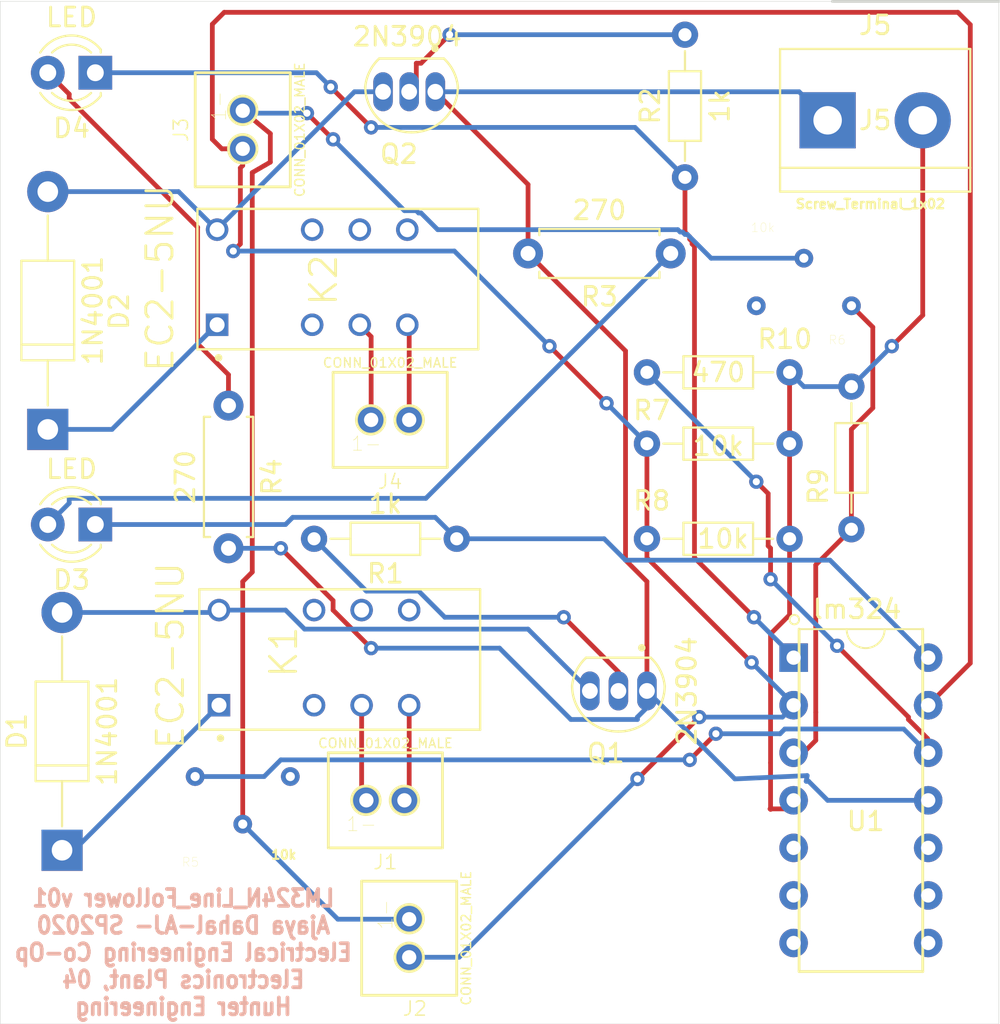
<source format=kicad_pcb>
(kicad_pcb (version 4) (host pcbnew 4.0.6)

  (general
    (links 41)
    (no_connects 0)
    (area 99.047299 93.904999 152.475001 148.602701)
    (thickness 1.6)
    (drawings 6)
    (tracks 215)
    (zones 0)
    (modules 24)
    (nets 35)
  )

  (page A4)
  (title_block
    (title "Line_Follower_LM324  ")
    (date 2020-01-28)
    (rev v01)
    (company "Hunter Engineering 04")
    (comment 1 "Electronics Plant")
    (comment 2 "Raymond, MS")
    (comment 3 "Ajaya Dahal-AJ")
  )

  (layers
    (0 F.Cu signal)
    (31 B.Cu signal)
    (32 B.Adhes user)
    (33 F.Adhes user)
    (34 B.Paste user)
    (35 F.Paste user)
    (36 B.SilkS user)
    (37 F.SilkS user)
    (38 B.Mask user)
    (39 F.Mask user)
    (40 Dwgs.User user)
    (41 Cmts.User user)
    (42 Eco1.User user)
    (43 Eco2.User user)
    (44 Edge.Cuts user)
    (45 Margin user)
    (46 B.CrtYd user)
    (47 F.CrtYd user)
    (48 B.Fab user)
    (49 F.Fab user)
  )

  (setup
    (last_trace_width 0.254)
    (trace_clearance 0.254)
    (zone_clearance 0.508)
    (zone_45_only no)
    (trace_min 0.1524)
    (segment_width 0.2)
    (edge_width 0.15)
    (via_size 0.762)
    (via_drill 0.381)
    (via_min_size 0.6858)
    (via_min_drill 0.3302)
    (uvia_size 0.762)
    (uvia_drill 0.381)
    (uvias_allowed no)
    (uvia_min_size 0.6858)
    (uvia_min_drill 0.3302)
    (pcb_text_width 0.3)
    (pcb_text_size 1.5 1.5)
    (mod_edge_width 0.15)
    (mod_text_size 1 1)
    (mod_text_width 0.15)
    (pad_size 1.04 2.08)
    (pad_drill 0.84)
    (pad_to_mask_clearance 0.0508)
    (aux_axis_origin -208.026 144.272)
    (visible_elements 7FFFFFFF)
    (pcbplotparams
      (layerselection 0x00030_80000001)
      (usegerberextensions false)
      (excludeedgelayer true)
      (linewidth 0.100000)
      (plotframeref false)
      (viasonmask false)
      (mode 1)
      (useauxorigin false)
      (hpglpennumber 1)
      (hpglpenspeed 20)
      (hpglpendiameter 15)
      (hpglpenoverlay 2)
      (psnegative false)
      (psa4output false)
      (plotreference true)
      (plotvalue true)
      (plotinvisibletext false)
      (padsonsilk false)
      (subtractmaskfromsilk false)
      (outputformat 1)
      (mirror false)
      (drillshape 0)
      (scaleselection 1)
      (outputdirectory "Gerber FIles/"))
  )

  (net 0 "")
  (net 1 "Net-(D3-Pad2)")
  (net 2 "Net-(D4-Pad2)")
  (net 3 "Net-(J1-Pad1)")
  (net 4 GND)
  (net 5 "Net-(J4-Pad1)")
  (net 6 "Net-(J4-Pad2)")
  (net 7 "Net-(D1-Pad1)")
  (net 8 "Net-(D1-Pad2)")
  (net 9 "Net-(K1-Pad3)")
  (net 10 "Net-(K1-Pad8)")
  (net 11 "Net-(K1-Pad10)")
  (net 12 "Net-(K1-Pad9)")
  (net 13 "Net-(D2-Pad1)")
  (net 14 "Net-(D2-Pad2)")
  (net 15 "Net-(K2-Pad3)")
  (net 16 "Net-(K2-Pad8)")
  (net 17 "Net-(K2-Pad10)")
  (net 18 "Net-(K2-Pad9)")
  (net 19 "Net-(Q1-Pad2)")
  (net 20 "Net-(Q2-Pad2)")
  (net 21 "Net-(U1-Pad5)")
  (net 22 "Net-(U1-Pad6)")
  (net 23 "Net-(U1-Pad7)")
  (net 24 "Net-(U1-Pad8)")
  (net 25 "Net-(U1-Pad9)")
  (net 26 "Net-(U1-Pad10)")
  (net 27 OutputPIN4)
  (net 28 OutputPIN1)
  (net 29 "Net-(J1-Pad2)")
  (net 30 Input1-)
  (net 31 V+)
  (net 32 Input4+)
  (net 33 Input1+)
  (net 34 "Net-(J2-Pad1)")

  (net_class Default "This is the default net class."
    (clearance 0.254)
    (trace_width 0.254)
    (via_dia 0.762)
    (via_drill 0.381)
    (uvia_dia 0.762)
    (uvia_drill 0.381)
    (add_net GND)
    (add_net Input1+)
    (add_net Input1-)
    (add_net Input4+)
    (add_net "Net-(D1-Pad1)")
    (add_net "Net-(D1-Pad2)")
    (add_net "Net-(D2-Pad1)")
    (add_net "Net-(D2-Pad2)")
    (add_net "Net-(D3-Pad2)")
    (add_net "Net-(D4-Pad2)")
    (add_net "Net-(J1-Pad1)")
    (add_net "Net-(J1-Pad2)")
    (add_net "Net-(J2-Pad1)")
    (add_net "Net-(J4-Pad1)")
    (add_net "Net-(J4-Pad2)")
    (add_net "Net-(K1-Pad10)")
    (add_net "Net-(K1-Pad3)")
    (add_net "Net-(K1-Pad8)")
    (add_net "Net-(K1-Pad9)")
    (add_net "Net-(K2-Pad10)")
    (add_net "Net-(K2-Pad3)")
    (add_net "Net-(K2-Pad8)")
    (add_net "Net-(K2-Pad9)")
    (add_net "Net-(Q1-Pad2)")
    (add_net "Net-(Q2-Pad2)")
    (add_net "Net-(U1-Pad10)")
    (add_net "Net-(U1-Pad5)")
    (add_net "Net-(U1-Pad6)")
    (add_net "Net-(U1-Pad7)")
    (add_net "Net-(U1-Pad8)")
    (add_net "Net-(U1-Pad9)")
    (add_net OutputPIN1)
    (add_net OutputPIN4)
    (add_net V+)
  )

  (module LEDs:LED_D3.0mm (layer F.Cu) (tedit 5E345A45) (tstamp 5E309E8A)
    (at 104.14 121.92 180)
    (descr "LED, diameter 3.0mm, 2 pins")
    (tags "LED diameter 3.0mm 2 pins")
    (path /5E3185B4)
    (fp_text reference D3 (at 1.27 -2.96 180) (layer F.SilkS)
      (effects (font (size 1 1) (thickness 0.15)))
    )
    (fp_text value LED (at 1.27 2.96 180) (layer F.SilkS)
      (effects (font (size 1 1) (thickness 0.15)))
    )
    (fp_arc (start 1.27 0) (end -0.23 -1.16619) (angle 284.3) (layer F.Fab) (width 0.1))
    (fp_arc (start 1.27 0) (end -0.29 -1.235516) (angle 108.8) (layer F.SilkS) (width 0.12))
    (fp_arc (start 1.27 0) (end -0.29 1.235516) (angle -108.8) (layer F.SilkS) (width 0.12))
    (fp_arc (start 1.27 0) (end 0.229039 -1.08) (angle 87.9) (layer F.SilkS) (width 0.12))
    (fp_arc (start 1.27 0) (end 0.229039 1.08) (angle -87.9) (layer F.SilkS) (width 0.12))
    (fp_circle (center 1.27 0) (end 2.77 0) (layer F.Fab) (width 0.1))
    (fp_line (start -0.23 -1.16619) (end -0.23 1.16619) (layer F.Fab) (width 0.1))
    (fp_line (start -0.29 -1.236) (end -0.29 -1.08) (layer F.SilkS) (width 0.12))
    (fp_line (start -0.29 1.08) (end -0.29 1.236) (layer F.SilkS) (width 0.12))
    (fp_line (start -1.15 -2.25) (end -1.15 2.25) (layer F.CrtYd) (width 0.05))
    (fp_line (start -1.15 2.25) (end 3.7 2.25) (layer F.CrtYd) (width 0.05))
    (fp_line (start 3.7 2.25) (end 3.7 -2.25) (layer F.CrtYd) (width 0.05))
    (fp_line (start 3.7 -2.25) (end -1.15 -2.25) (layer F.CrtYd) (width 0.05))
    (pad 1 thru_hole rect (at 0 0 180) (size 1.8 1.8) (drill 0.9) (layers *.Cu *.Mask)
      (net 27 OutputPIN4))
    (pad 2 thru_hole circle (at 2.54 0 180) (size 1.8 1.8) (drill 0.9) (layers *.Cu *.Mask)
      (net 1 "Net-(D3-Pad2)"))
    (model ${KISYS3DMOD}/LEDs.3dshapes/LED_D3.0mm.wrl
      (at (xyz 0 0 0))
      (scale (xyz 0.393701 0.393701 0.393701))
      (rotate (xyz 0 0 0))
    )
  )

  (module LEDs:LED_D3.0mm (layer F.Cu) (tedit 5E345A29) (tstamp 5E309E90)
    (at 104.14 97.79 180)
    (descr "LED, diameter 3.0mm, 2 pins")
    (tags "LED diameter 3.0mm 2 pins")
    (path /5E2F2918)
    (fp_text reference D4 (at 1.27 -2.96 180) (layer F.SilkS)
      (effects (font (size 1 1) (thickness 0.15)))
    )
    (fp_text value LED (at 1.27 2.96 180) (layer F.SilkS)
      (effects (font (size 1 1) (thickness 0.15)))
    )
    (fp_arc (start 1.27 0) (end -0.23 -1.16619) (angle 284.3) (layer F.Fab) (width 0.1))
    (fp_arc (start 1.27 0) (end -0.29 -1.235516) (angle 108.8) (layer F.SilkS) (width 0.12))
    (fp_arc (start 1.27 0) (end -0.29 1.235516) (angle -108.8) (layer F.SilkS) (width 0.12))
    (fp_arc (start 1.27 0) (end 0.229039 -1.08) (angle 87.9) (layer F.SilkS) (width 0.12))
    (fp_arc (start 1.27 0) (end 0.229039 1.08) (angle -87.9) (layer F.SilkS) (width 0.12))
    (fp_circle (center 1.27 0) (end 2.77 0) (layer F.Fab) (width 0.1))
    (fp_line (start -0.23 -1.16619) (end -0.23 1.16619) (layer F.Fab) (width 0.1))
    (fp_line (start -0.29 -1.236) (end -0.29 -1.08) (layer F.SilkS) (width 0.12))
    (fp_line (start -0.29 1.08) (end -0.29 1.236) (layer F.SilkS) (width 0.12))
    (fp_line (start -1.15 -2.25) (end -1.15 2.25) (layer F.CrtYd) (width 0.05))
    (fp_line (start -1.15 2.25) (end 3.7 2.25) (layer F.CrtYd) (width 0.05))
    (fp_line (start 3.7 2.25) (end 3.7 -2.25) (layer F.CrtYd) (width 0.05))
    (fp_line (start 3.7 -2.25) (end -1.15 -2.25) (layer F.CrtYd) (width 0.05))
    (pad 1 thru_hole rect (at 0 0 180) (size 1.8 1.8) (drill 0.9) (layers *.Cu *.Mask)
      (net 28 OutputPIN1))
    (pad 2 thru_hole circle (at 2.54 0 180) (size 1.8 1.8) (drill 0.9) (layers *.Cu *.Mask)
      (net 2 "Net-(D4-Pad2)"))
    (model ${KISYS3DMOD}/LEDs.3dshapes/LED_D3.0mm.wrl
      (at (xyz 0 0 0))
      (scale (xyz 0.393701 0.393701 0.393701))
      (rotate (xyz 0 0 0))
    )
  )

  (module "2 pin male connector:2_pin_male_connector" (layer F.Cu) (tedit 5E345AAC) (tstamp 5E309E96)
    (at 119.634 136.652)
    (path /5E3009FD)
    (fp_text reference J1 (at 0 3.302) (layer F.SilkS)
      (effects (font (size 0.762 0.762) (thickness 0.0762)))
    )
    (fp_text value CONN_01X02_MALE (at 0 -3.048) (layer F.SilkS)
      (effects (font (size 0.508 0.508) (thickness 0.0762)))
    )
    (fp_text user 1- (at -1.27 1.27) (layer F.SilkS)
      (effects (font (size 0.762 0.762) (thickness 0.03175)))
    )
    (fp_line (start -3.048 2.54) (end -3.048 -2.54) (layer F.SilkS) (width 0.15))
    (fp_line (start 3.048 2.54) (end -3.048 2.54) (layer F.SilkS) (width 0.15))
    (fp_line (start 3.048 -2.54) (end 3.048 2.54) (layer F.SilkS) (width 0.15))
    (fp_line (start -3.048 -2.54) (end 3.048 -2.54) (layer F.SilkS) (width 0.15))
    (fp_line (start -3.048 2.54) (end -3.048 -2.54) (layer F.Fab) (width 0.15))
    (fp_line (start 3.048 2.54) (end -3.048 2.54) (layer F.Fab) (width 0.15))
    (fp_line (start 3.048 -2.54) (end 3.048 2.54) (layer F.Fab) (width 0.15))
    (fp_line (start -3.048 -2.54) (end 3.048 -2.54) (layer F.Fab) (width 0.15))
    (fp_circle (center -1.016 0) (end -1.016 -0.762) (layer F.Fab) (width 0.15))
    (fp_circle (center 1.016 0) (end 1.016 -0.762) (layer F.Fab) (width 0.15))
    (fp_circle (center 1.016 0) (end 1.016 -0.762) (layer F.SilkS) (width 0.15))
    (fp_circle (center -1.041336 0) (end -1.041336 -0.762) (layer F.SilkS) (width 0.15))
    (pad 1 thru_hole circle (at -1.016 0) (size 1.524 1.524) (drill 0.762) (layers *.Cu *.Mask)
      (net 3 "Net-(J1-Pad1)"))
    (pad 2 thru_hole circle (at 1.016 0) (size 1.524 1.524) (drill 0.762) (layers *.Cu *.Mask)
      (net 29 "Net-(J1-Pad2)"))
  )

  (module "2 pin male connector:2_pin_male_connector" (layer F.Cu) (tedit 5E345E1D) (tstamp 5E309E9C)
    (at 120.904 144.018 270)
    (path /5E300AE7)
    (fp_text reference J2 (at 3.7592 -0.3048 360) (layer F.SilkS)
      (effects (font (size 0.762 0.762) (thickness 0.0762)))
    )
    (fp_text value CONN_01X02_MALE (at 0 -3.048 270) (layer F.SilkS)
      (effects (font (size 0.508 0.508) (thickness 0.0762)))
    )
    (fp_text user 1- (at -1.27 1.27 450) (layer F.SilkS)
      (effects (font (size 0.762 0.762) (thickness 0.03175)))
    )
    (fp_line (start -3.048 2.54) (end -3.048 -2.54) (layer F.SilkS) (width 0.15))
    (fp_line (start 3.048 2.54) (end -3.048 2.54) (layer F.SilkS) (width 0.15))
    (fp_line (start 3.048 -2.54) (end 3.048 2.54) (layer F.SilkS) (width 0.15))
    (fp_line (start -3.048 -2.54) (end 3.048 -2.54) (layer F.SilkS) (width 0.15))
    (fp_line (start -3.048 2.54) (end -3.048 -2.54) (layer F.Fab) (width 0.15))
    (fp_line (start 3.048 2.54) (end -3.048 2.54) (layer F.Fab) (width 0.15))
    (fp_line (start 3.048 -2.54) (end 3.048 2.54) (layer F.Fab) (width 0.15))
    (fp_line (start -3.048 -2.54) (end 3.048 -2.54) (layer F.Fab) (width 0.15))
    (fp_circle (center -1.016 0) (end -1.016 -0.762) (layer F.Fab) (width 0.15))
    (fp_circle (center 1.016 0) (end 1.016 -0.762) (layer F.Fab) (width 0.15))
    (fp_circle (center 1.016 0) (end 1.016 -0.762) (layer F.SilkS) (width 0.15))
    (fp_circle (center -1.041336 0) (end -1.041336 -0.762) (layer F.SilkS) (width 0.15))
    (pad 1 thru_hole circle (at -1.016 0 270) (size 1.524 1.524) (drill 0.762) (layers *.Cu *.Mask)
      (net 34 "Net-(J2-Pad1)"))
    (pad 2 thru_hole circle (at 1.016 0 270) (size 1.524 1.524) (drill 0.762) (layers *.Cu *.Mask)
      (net 30 Input1-))
  )

  (module "2 pin male connector:2_pin_male_connector" (layer F.Cu) (tedit 5E345A59) (tstamp 5E309EA2)
    (at 112.014 100.838 270)
    (path /5E30092A)
    (fp_text reference J3 (at 0 3.302 270) (layer F.SilkS)
      (effects (font (size 0.762 0.762) (thickness 0.0762)))
    )
    (fp_text value CONN_01X02_MALE (at 0 -3.048 270) (layer F.SilkS)
      (effects (font (size 0.508 0.508) (thickness 0.0762)))
    )
    (fp_text user 1- (at -1.27 1.27 270) (layer F.SilkS)
      (effects (font (size 0.762 0.762) (thickness 0.03175)))
    )
    (fp_line (start -3.048 2.54) (end -3.048 -2.54) (layer F.SilkS) (width 0.15))
    (fp_line (start 3.048 2.54) (end -3.048 2.54) (layer F.SilkS) (width 0.15))
    (fp_line (start 3.048 -2.54) (end 3.048 2.54) (layer F.SilkS) (width 0.15))
    (fp_line (start -3.048 -2.54) (end 3.048 -2.54) (layer F.SilkS) (width 0.15))
    (fp_line (start -3.048 2.54) (end -3.048 -2.54) (layer F.Fab) (width 0.15))
    (fp_line (start 3.048 2.54) (end -3.048 2.54) (layer F.Fab) (width 0.15))
    (fp_line (start 3.048 -2.54) (end 3.048 2.54) (layer F.Fab) (width 0.15))
    (fp_line (start -3.048 -2.54) (end 3.048 -2.54) (layer F.Fab) (width 0.15))
    (fp_circle (center -1.016 0) (end -1.016 -0.762) (layer F.Fab) (width 0.15))
    (fp_circle (center 1.016 0) (end 1.016 -0.762) (layer F.Fab) (width 0.15))
    (fp_circle (center 1.016 0) (end 1.016 -0.762) (layer F.SilkS) (width 0.15))
    (fp_circle (center -1.041336 0) (end -1.041336 -0.762) (layer F.SilkS) (width 0.15))
    (pad 1 thru_hole circle (at -1.016 0 270) (size 1.524 1.524) (drill 0.762) (layers *.Cu *.Mask)
      (net 34 "Net-(J2-Pad1)"))
    (pad 2 thru_hole circle (at 1.016 0 270) (size 1.524 1.524) (drill 0.762) (layers *.Cu *.Mask)
      (net 30 Input1-))
  )

  (module "2 pin male connector:2_pin_male_connector" (layer F.Cu) (tedit 5E347396) (tstamp 5E309EA8)
    (at 119.888 116.332)
    (path /5E3159FE)
    (fp_text reference J4 (at 0 3.302) (layer F.SilkS)
      (effects (font (size 0.762 0.762) (thickness 0.0762)))
    )
    (fp_text value CONN_01X02_MALE (at 0 -3.048) (layer F.SilkS)
      (effects (font (size 0.508 0.508) (thickness 0.0762)))
    )
    (fp_text user 1- (at -1.27 1.27) (layer F.SilkS)
      (effects (font (size 0.762 0.762) (thickness 0.03175)))
    )
    (fp_line (start -3.048 2.54) (end -3.048 -2.54) (layer F.SilkS) (width 0.15))
    (fp_line (start 3.048 2.54) (end -3.048 2.54) (layer F.SilkS) (width 0.15))
    (fp_line (start 3.048 -2.54) (end 3.048 2.54) (layer F.SilkS) (width 0.15))
    (fp_line (start -3.048 -2.54) (end 3.048 -2.54) (layer F.SilkS) (width 0.15))
    (fp_line (start -3.048 2.54) (end -3.048 -2.54) (layer F.Fab) (width 0.15))
    (fp_line (start 3.048 2.54) (end -3.048 2.54) (layer F.Fab) (width 0.15))
    (fp_line (start 3.048 -2.54) (end 3.048 2.54) (layer F.Fab) (width 0.15))
    (fp_line (start -3.048 -2.54) (end 3.048 -2.54) (layer F.Fab) (width 0.15))
    (fp_circle (center -1.016 0) (end -1.016 -0.762) (layer F.Fab) (width 0.15))
    (fp_circle (center 1.016 0) (end 1.016 -0.762) (layer F.Fab) (width 0.15))
    (fp_circle (center 1.016 0) (end 1.016 -0.762) (layer F.SilkS) (width 0.15))
    (fp_circle (center -1.041336 0) (end -1.041336 -0.762) (layer F.SilkS) (width 0.15))
    (pad 1 thru_hole circle (at -1.016 0) (size 1.524 1.524) (drill 0.762) (layers *.Cu *.Mask)
      (net 5 "Net-(J4-Pad1)"))
    (pad 2 thru_hole circle (at 1.016 0) (size 1.524 1.524) (drill 0.762) (layers *.Cu *.Mask)
      (net 6 "Net-(J4-Pad2)"))
  )

  (module Connectors_Terminal_Blocks:TerminalBlock_bornier-2_P5.08mm (layer F.Cu) (tedit 5E345D86) (tstamp 5E309EAE)
    (at 143.256 100.33)
    (descr "simple 2-pin terminal block, pitch 5.08mm, revamped version of bornier2")
    (tags "terminal block bornier2")
    (path /5E332E79)
    (fp_text reference J5 (at 2.54 -5.08) (layer F.SilkS)
      (effects (font (size 1 1) (thickness 0.15)))
    )
    (fp_text value Screw_Terminal_1x02 (at 2.286 4.4704) (layer F.SilkS)
      (effects (font (size 0.5 0.5) (thickness 0.125)))
    )
    (fp_text user %R (at 2.54 0) (layer F.SilkS)
      (effects (font (size 1 1) (thickness 0.15)))
    )
    (fp_line (start -2.41 2.55) (end 7.49 2.55) (layer F.Fab) (width 0.1))
    (fp_line (start -2.46 -3.75) (end -2.46 3.75) (layer F.Fab) (width 0.1))
    (fp_line (start -2.46 3.75) (end 7.54 3.75) (layer F.Fab) (width 0.1))
    (fp_line (start 7.54 3.75) (end 7.54 -3.75) (layer F.Fab) (width 0.1))
    (fp_line (start 7.54 -3.75) (end -2.46 -3.75) (layer F.Fab) (width 0.1))
    (fp_line (start 7.62 2.54) (end -2.54 2.54) (layer F.SilkS) (width 0.12))
    (fp_line (start 7.62 3.81) (end 7.62 -3.81) (layer F.SilkS) (width 0.12))
    (fp_line (start 7.62 -3.81) (end -2.54 -3.81) (layer F.SilkS) (width 0.12))
    (fp_line (start -2.54 -3.81) (end -2.54 3.81) (layer F.SilkS) (width 0.12))
    (fp_line (start -2.54 3.81) (end 7.62 3.81) (layer F.SilkS) (width 0.12))
    (fp_line (start -2.71 -4) (end 7.79 -4) (layer F.CrtYd) (width 0.05))
    (fp_line (start -2.71 -4) (end -2.71 4) (layer F.CrtYd) (width 0.05))
    (fp_line (start 7.79 4) (end 7.79 -4) (layer F.CrtYd) (width 0.05))
    (fp_line (start 7.79 4) (end -2.71 4) (layer F.CrtYd) (width 0.05))
    (pad 1 thru_hole rect (at 0 0) (size 3 3) (drill 1.52) (layers *.Cu *.Mask)
      (net 4 GND))
    (pad 2 thru_hole circle (at 5.08 0) (size 3 3) (drill 1.52) (layers *.Cu *.Mask)
      (net 31 V+))
    (model ${KISYS3DMOD}/Terminal_Blocks.3dshapes/TerminalBlock_bornier-2_P5.08mm.wrl
      (at (xyz 0.1 0 0))
      (scale (xyz 1 1 1))
      (rotate (xyz 0 0 0))
    )
  )

  (module EC2-5NU:RELAY_EC2-5NU (layer F.Cu) (tedit 5E345EFC) (tstamp 5E309EBA)
    (at 117.194 129.032 90)
    (path /5E301B9B)
    (fp_text reference K1 (at 0.3048 -2.9956 90) (layer F.SilkS)
      (effects (font (size 1.4 1.4) (thickness 0.15)))
    )
    (fp_text value EC2-5NU (at 0.1016 -9.0408 90) (layer F.SilkS)
      (effects (font (size 1.4 1.4) (thickness 0.15)))
    )
    (fp_line (start -3.85 -7.5) (end 3.65 -7.5) (layer F.Fab) (width 0.127))
    (fp_line (start 3.65 -7.5) (end 3.65 7.5) (layer F.Fab) (width 0.127))
    (fp_line (start 3.65 7.5) (end -3.85 7.5) (layer F.Fab) (width 0.127))
    (fp_line (start -3.85 7.5) (end -3.85 -7.5) (layer F.Fab) (width 0.127))
    (fp_line (start -3.85 -7.5) (end 3.65 -7.5) (layer F.SilkS) (width 0.127))
    (fp_line (start 3.65 -7.5) (end 3.65 7.5) (layer F.SilkS) (width 0.127))
    (fp_line (start 3.65 7.5) (end -3.85 7.5) (layer F.SilkS) (width 0.127))
    (fp_line (start -3.85 7.5) (end -3.85 -7.5) (layer F.SilkS) (width 0.127))
    (fp_circle (center -4.3 -6.37) (end -4.2 -6.37) (layer F.Fab) (width 0.2))
    (fp_circle (center -4.3 -6.37) (end -4.2 -6.37) (layer F.SilkS) (width 0.2))
    (fp_line (start 3.9 -7.75) (end -4.1 -7.75) (layer F.CrtYd) (width 0.05))
    (fp_line (start -4.1 -7.75) (end -4.1 7.75) (layer F.CrtYd) (width 0.05))
    (fp_line (start -4.1 7.75) (end 3.9 7.75) (layer F.CrtYd) (width 0.05))
    (fp_line (start 3.9 7.75) (end 3.9 -7.75) (layer F.CrtYd) (width 0.05))
    (pad 1 thru_hole rect (at -2.54 -6.45 90) (size 1.2 1.2) (drill 0.8) (layers *.Cu *.Mask)
      (net 7 "Net-(D1-Pad1)"))
    (pad 12 thru_hole circle (at 2.54 -6.45 90) (size 1.2 1.2) (drill 0.8) (layers *.Cu *.Mask)
      (net 8 "Net-(D1-Pad2)"))
    (pad 3 thru_hole circle (at -2.54 -1.37 90) (size 1.2 1.2) (drill 0.8) (layers *.Cu *.Mask)
      (net 9 "Net-(K1-Pad3)"))
    (pad 8 thru_hole circle (at 2.54 3.71 90) (size 1.2 1.2) (drill 0.8) (layers *.Cu *.Mask)
      (net 10 "Net-(K1-Pad8)"))
    (pad 4 thru_hole circle (at -2.54 1.17 90) (size 1.2 1.2) (drill 0.8) (layers *.Cu *.Mask)
      (net 3 "Net-(J1-Pad1)"))
    (pad 5 thru_hole circle (at -2.54 3.71 90) (size 1.2 1.2) (drill 0.8) (layers *.Cu *.Mask)
      (net 29 "Net-(J1-Pad2)"))
    (pad 10 thru_hole circle (at 2.54 -1.37 90) (size 1.2 1.2) (drill 0.8) (layers *.Cu *.Mask)
      (net 11 "Net-(K1-Pad10)"))
    (pad 9 thru_hole circle (at 2.54 1.17 90) (size 1.2 1.2) (drill 0.8) (layers *.Cu *.Mask)
      (net 12 "Net-(K1-Pad9)"))
  )

  (module EC2-5NU:RELAY_EC2-5NU (layer F.Cu) (tedit 5E345F01) (tstamp 5E309EC6)
    (at 117.094 108.712 90)
    (path /5E315A07)
    (fp_text reference K2 (at -0.1524 -0.762 90) (layer F.SilkS)
      (effects (font (size 1.4 1.4) (thickness 0.15)))
    )
    (fp_text value EC2-5NU (at -0.0508 -9.4996 90) (layer F.SilkS)
      (effects (font (size 1.4 1.4) (thickness 0.15)))
    )
    (fp_line (start -3.85 -7.5) (end 3.65 -7.5) (layer F.Fab) (width 0.127))
    (fp_line (start 3.65 -7.5) (end 3.65 7.5) (layer F.Fab) (width 0.127))
    (fp_line (start 3.65 7.5) (end -3.85 7.5) (layer F.Fab) (width 0.127))
    (fp_line (start -3.85 7.5) (end -3.85 -7.5) (layer F.Fab) (width 0.127))
    (fp_line (start -3.85 -7.5) (end 3.65 -7.5) (layer F.SilkS) (width 0.127))
    (fp_line (start 3.65 -7.5) (end 3.65 7.5) (layer F.SilkS) (width 0.127))
    (fp_line (start 3.65 7.5) (end -3.85 7.5) (layer F.SilkS) (width 0.127))
    (fp_line (start -3.85 7.5) (end -3.85 -7.5) (layer F.SilkS) (width 0.127))
    (fp_circle (center -4.3 -6.37) (end -4.2 -6.37) (layer F.Fab) (width 0.2))
    (fp_circle (center -4.3 -6.37) (end -4.2 -6.37) (layer F.SilkS) (width 0.2))
    (fp_line (start 3.9 -7.75) (end -4.1 -7.75) (layer F.CrtYd) (width 0.05))
    (fp_line (start -4.1 -7.75) (end -4.1 7.75) (layer F.CrtYd) (width 0.05))
    (fp_line (start -4.1 7.75) (end 3.9 7.75) (layer F.CrtYd) (width 0.05))
    (fp_line (start 3.9 7.75) (end 3.9 -7.75) (layer F.CrtYd) (width 0.05))
    (pad 1 thru_hole rect (at -2.54 -6.45 90) (size 1.2 1.2) (drill 0.8) (layers *.Cu *.Mask)
      (net 13 "Net-(D2-Pad1)"))
    (pad 12 thru_hole circle (at 2.54 -6.45 90) (size 1.2 1.2) (drill 0.8) (layers *.Cu *.Mask)
      (net 14 "Net-(D2-Pad2)"))
    (pad 3 thru_hole circle (at -2.54 -1.37 90) (size 1.2 1.2) (drill 0.8) (layers *.Cu *.Mask)
      (net 15 "Net-(K2-Pad3)"))
    (pad 8 thru_hole circle (at 2.54 3.71 90) (size 1.2 1.2) (drill 0.8) (layers *.Cu *.Mask)
      (net 16 "Net-(K2-Pad8)"))
    (pad 4 thru_hole circle (at -2.54 1.17 90) (size 1.2 1.2) (drill 0.8) (layers *.Cu *.Mask)
      (net 5 "Net-(J4-Pad1)"))
    (pad 5 thru_hole circle (at -2.54 3.71 90) (size 1.2 1.2) (drill 0.8) (layers *.Cu *.Mask)
      (net 6 "Net-(J4-Pad2)"))
    (pad 10 thru_hole circle (at 2.54 -1.37 90) (size 1.2 1.2) (drill 0.8) (layers *.Cu *.Mask)
      (net 17 "Net-(K2-Pad10)"))
    (pad 9 thru_hole circle (at 2.54 1.17 90) (size 1.2 1.2) (drill 0.8) (layers *.Cu *.Mask)
      (net 18 "Net-(K2-Pad9)"))
  )

  (module 2N3904:TO92127P495H495-3 (layer F.Cu) (tedit 5E345EEB) (tstamp 5E309ECD)
    (at 132.08 130.81 180)
    (path /5E2F3B6C)
    (fp_text reference Q1 (at 0.675 -3.33 180) (layer F.SilkS)
      (effects (font (size 1 1) (thickness 0.15)))
    )
    (fp_text value 2N3904 (at -3.6576 0 270) (layer F.SilkS)
      (effects (font (size 1 1) (thickness 0.15)))
    )
    (fp_line (start -2.725 0.255) (end -2.725 2.025) (layer F.CrtYd) (width 0.05))
    (fp_line (start -2.725 2.025) (end 2.725 2.025) (layer F.CrtYd) (width 0.05))
    (fp_line (start 2.725 2.025) (end 2.725 0.255) (layer F.CrtYd) (width 0.05))
    (fp_circle (center -1.25 2.305) (end -1.15 2.305) (layer F.SilkS) (width 0.2))
    (fp_circle (center -1.25 2.305) (end -1.15 2.305) (layer F.Fab) (width 0.2))
    (fp_line (start -1.725 1.775) (end 1.725 1.775) (layer F.SilkS) (width 0.127))
    (fp_arc (start -0.115631 0.03587) (end -2.475 0.255) (angle -41.913) (layer F.SilkS) (width 0.127))
    (fp_arc (start -0.0275 0.2825) (end 0 -2.165) (angle -90) (layer F.SilkS) (width 0.127))
    (fp_arc (start 0.0275 0.2825) (end 2.475 0.255) (angle -90) (layer F.SilkS) (width 0.127))
    (fp_arc (start 0.115631 0.03587) (end 2.475 0.255) (angle 41.913) (layer F.SilkS) (width 0.127))
    (fp_line (start -1.725 1.775) (end 1.725 1.775) (layer F.Fab) (width 0.127))
    (fp_arc (start -0.115631 0.03587) (end -2.475 0.255) (angle -41.913) (layer F.Fab) (width 0.127))
    (fp_arc (start -0.0275 0.2825) (end 0 -2.165) (angle -90) (layer F.Fab) (width 0.127))
    (fp_arc (start 0.0275 0.2825) (end 2.475 0.255) (angle -90) (layer F.Fab) (width 0.127))
    (fp_arc (start 0.115631 0.03587) (end 2.475 0.255) (angle 41.913) (layer F.Fab) (width 0.127))
    (fp_arc (start -0.0275 0.2825) (end 0 -2.415) (angle -90) (layer F.CrtYd) (width 0.05))
    (fp_arc (start 0.0275 0.2825) (end 0 -2.415) (angle 90) (layer F.CrtYd) (width 0.05))
    (pad 1 thru_hole oval (at -1.524 0 180) (size 1.04 2.08) (drill 0.84) (layers *.Cu *.Mask)
      (net 4 GND))
    (pad 2 thru_hole oval (at 0 0 180) (size 1.04 2.08) (drill 0.84) (layers *.Cu *.Mask)
      (net 19 "Net-(Q1-Pad2)"))
    (pad 3 thru_hole oval (at 1.524 0 180) (size 1.04 2.08) (drill 0.84) (layers *.Cu *.Mask)
      (net 8 "Net-(D1-Pad2)"))
  )

  (module 2N3904:TO92127P495H495-3 (layer F.Cu) (tedit 5E345EE2) (tstamp 5E309ED4)
    (at 121.031 98.806 180)
    (path /5E3159F2)
    (fp_text reference Q2 (at 0.675 -3.33 180) (layer F.SilkS)
      (effects (font (size 1 1) (thickness 0.15)))
    )
    (fp_text value 2N3904 (at 0.2286 2.9464 180) (layer F.SilkS)
      (effects (font (size 1 1) (thickness 0.15)))
    )
    (fp_line (start -2.725 0.255) (end -2.725 2.025) (layer F.CrtYd) (width 0.05))
    (fp_line (start -2.725 2.025) (end 2.725 2.025) (layer F.CrtYd) (width 0.05))
    (fp_line (start 2.725 2.025) (end 2.725 0.255) (layer F.CrtYd) (width 0.05))
    (fp_circle (center -1.25 2.305) (end -1.15 2.305) (layer F.SilkS) (width 0.2))
    (fp_circle (center -1.25 2.305) (end -1.15 2.305) (layer F.Fab) (width 0.2))
    (fp_line (start -1.725 1.775) (end 1.725 1.775) (layer F.SilkS) (width 0.127))
    (fp_arc (start -0.115631 0.03587) (end -2.475 0.255) (angle -41.913) (layer F.SilkS) (width 0.127))
    (fp_arc (start -0.0275 0.2825) (end 0 -2.165) (angle -90) (layer F.SilkS) (width 0.127))
    (fp_arc (start 0.0275 0.2825) (end 2.475 0.255) (angle -90) (layer F.SilkS) (width 0.127))
    (fp_arc (start 0.115631 0.03587) (end 2.475 0.255) (angle 41.913) (layer F.SilkS) (width 0.127))
    (fp_line (start -1.725 1.775) (end 1.725 1.775) (layer F.Fab) (width 0.127))
    (fp_arc (start -0.115631 0.03587) (end -2.475 0.255) (angle -41.913) (layer F.Fab) (width 0.127))
    (fp_arc (start -0.0275 0.2825) (end 0 -2.165) (angle -90) (layer F.Fab) (width 0.127))
    (fp_arc (start 0.0275 0.2825) (end 2.475 0.255) (angle -90) (layer F.Fab) (width 0.127))
    (fp_arc (start 0.115631 0.03587) (end 2.475 0.255) (angle 41.913) (layer F.Fab) (width 0.127))
    (fp_arc (start -0.0275 0.2825) (end 0 -2.415) (angle -90) (layer F.CrtYd) (width 0.05))
    (fp_arc (start 0.0275 0.2825) (end 0 -2.415) (angle 90) (layer F.CrtYd) (width 0.05))
    (pad 1 thru_hole oval (at -1.27 0 180) (size 1.04 2.08) (drill 0.84) (layers *.Cu *.Mask)
      (net 4 GND))
    (pad 2 thru_hole oval (at 0.127 0 180) (size 1.04 2.08) (drill 0.84) (layers *.Cu *.Mask)
      (net 20 "Net-(Q2-Pad2)"))
    (pad 3 thru_hole oval (at 1.524 0 180) (size 1.04 2.08) (drill 0.84) (layers *.Cu *.Mask)
      (net 14 "Net-(D2-Pad2)"))
  )

  (module Resistors_THT:R_Axial_DIN0204_L3.6mm_D1.6mm_P7.62mm_Horizontal (layer F.Cu) (tedit 5E34618B) (tstamp 5E309EDA)
    (at 123.444 122.682 180)
    (descr "Resistor, Axial_DIN0204 series, Axial, Horizontal, pin pitch=7.62mm, 0.16666666666666666W = 1/6W, length*diameter=3.6*1.6mm^2, http://cdn-reichelt.de/documents/datenblatt/B400/1_4W%23YAG.pdf")
    (tags "Resistor Axial_DIN0204 series Axial Horizontal pin pitch 7.62mm 0.16666666666666666W = 1/6W length 3.6mm diameter 1.6mm")
    (path /5E3185AE)
    (fp_text reference R1 (at 3.81 -1.86 180) (layer F.SilkS)
      (effects (font (size 1 1) (thickness 0.15)))
    )
    (fp_text value 1k (at 3.81 1.86 180) (layer F.SilkS)
      (effects (font (size 1 1) (thickness 0.15)))
    )
    (fp_line (start 2.01 -0.8) (end 2.01 0.8) (layer F.Fab) (width 0.1))
    (fp_line (start 2.01 0.8) (end 5.61 0.8) (layer F.Fab) (width 0.1))
    (fp_line (start 5.61 0.8) (end 5.61 -0.8) (layer F.Fab) (width 0.1))
    (fp_line (start 5.61 -0.8) (end 2.01 -0.8) (layer F.Fab) (width 0.1))
    (fp_line (start 0 0) (end 2.01 0) (layer F.Fab) (width 0.1))
    (fp_line (start 7.62 0) (end 5.61 0) (layer F.Fab) (width 0.1))
    (fp_line (start 1.95 -0.86) (end 1.95 0.86) (layer F.SilkS) (width 0.12))
    (fp_line (start 1.95 0.86) (end 5.67 0.86) (layer F.SilkS) (width 0.12))
    (fp_line (start 5.67 0.86) (end 5.67 -0.86) (layer F.SilkS) (width 0.12))
    (fp_line (start 5.67 -0.86) (end 1.95 -0.86) (layer F.SilkS) (width 0.12))
    (fp_line (start 0.88 0) (end 1.95 0) (layer F.SilkS) (width 0.12))
    (fp_line (start 6.74 0) (end 5.67 0) (layer F.SilkS) (width 0.12))
    (fp_line (start -0.95 -1.15) (end -0.95 1.15) (layer F.CrtYd) (width 0.05))
    (fp_line (start -0.95 1.15) (end 8.6 1.15) (layer F.CrtYd) (width 0.05))
    (fp_line (start 8.6 1.15) (end 8.6 -1.15) (layer F.CrtYd) (width 0.05))
    (fp_line (start 8.6 -1.15) (end -0.95 -1.15) (layer F.CrtYd) (width 0.05))
    (pad 1 thru_hole circle (at 0 0 180) (size 1.4 1.4) (drill 0.7) (layers *.Cu *.Mask)
      (net 27 OutputPIN4))
    (pad 2 thru_hole oval (at 7.62 0 180) (size 1.4 1.4) (drill 0.7) (layers *.Cu *.Mask)
      (net 19 "Net-(Q1-Pad2)"))
    (model ${KISYS3DMOD}/Resistors_THT.3dshapes/R_Axial_DIN0204_L3.6mm_D1.6mm_P7.62mm_Horizontal.wrl
      (at (xyz 0 0 0))
      (scale (xyz 0.393701 0.393701 0.393701))
      (rotate (xyz 0 0 0))
    )
  )

  (module Resistors_THT:R_Axial_DIN0204_L3.6mm_D1.6mm_P7.62mm_Horizontal (layer F.Cu) (tedit 5E345A66) (tstamp 5E309EE0)
    (at 135.636 103.378 90)
    (descr "Resistor, Axial_DIN0204 series, Axial, Horizontal, pin pitch=7.62mm, 0.16666666666666666W = 1/6W, length*diameter=3.6*1.6mm^2, http://cdn-reichelt.de/documents/datenblatt/B400/1_4W%23YAG.pdf")
    (tags "Resistor Axial_DIN0204 series Axial Horizontal pin pitch 7.62mm 0.16666666666666666W = 1/6W length 3.6mm diameter 1.6mm")
    (path /5E2F0D37)
    (fp_text reference R2 (at 3.81 -1.86 90) (layer F.SilkS)
      (effects (font (size 1 1) (thickness 0.15)))
    )
    (fp_text value 1k (at 3.81 1.86 90) (layer F.SilkS)
      (effects (font (size 1 1) (thickness 0.15)))
    )
    (fp_line (start 2.01 -0.8) (end 2.01 0.8) (layer F.Fab) (width 0.1))
    (fp_line (start 2.01 0.8) (end 5.61 0.8) (layer F.Fab) (width 0.1))
    (fp_line (start 5.61 0.8) (end 5.61 -0.8) (layer F.Fab) (width 0.1))
    (fp_line (start 5.61 -0.8) (end 2.01 -0.8) (layer F.Fab) (width 0.1))
    (fp_line (start 0 0) (end 2.01 0) (layer F.Fab) (width 0.1))
    (fp_line (start 7.62 0) (end 5.61 0) (layer F.Fab) (width 0.1))
    (fp_line (start 1.95 -0.86) (end 1.95 0.86) (layer F.SilkS) (width 0.12))
    (fp_line (start 1.95 0.86) (end 5.67 0.86) (layer F.SilkS) (width 0.12))
    (fp_line (start 5.67 0.86) (end 5.67 -0.86) (layer F.SilkS) (width 0.12))
    (fp_line (start 5.67 -0.86) (end 1.95 -0.86) (layer F.SilkS) (width 0.12))
    (fp_line (start 0.88 0) (end 1.95 0) (layer F.SilkS) (width 0.12))
    (fp_line (start 6.74 0) (end 5.67 0) (layer F.SilkS) (width 0.12))
    (fp_line (start -0.95 -1.15) (end -0.95 1.15) (layer F.CrtYd) (width 0.05))
    (fp_line (start -0.95 1.15) (end 8.6 1.15) (layer F.CrtYd) (width 0.05))
    (fp_line (start 8.6 1.15) (end 8.6 -1.15) (layer F.CrtYd) (width 0.05))
    (fp_line (start 8.6 -1.15) (end -0.95 -1.15) (layer F.CrtYd) (width 0.05))
    (pad 1 thru_hole circle (at 0 0 90) (size 1.4 1.4) (drill 0.7) (layers *.Cu *.Mask)
      (net 28 OutputPIN1))
    (pad 2 thru_hole oval (at 7.62 0 90) (size 1.4 1.4) (drill 0.7) (layers *.Cu *.Mask)
      (net 20 "Net-(Q2-Pad2)"))
    (model ${KISYS3DMOD}/Resistors_THT.3dshapes/R_Axial_DIN0204_L3.6mm_D1.6mm_P7.62mm_Horizontal.wrl
      (at (xyz 0 0 0))
      (scale (xyz 0.393701 0.393701 0.393701))
      (rotate (xyz 0 0 0))
    )
  )

  (module Resistors_THT:R_Axial_DIN0207_L6.3mm_D2.5mm_P7.62mm_Horizontal (layer F.Cu) (tedit 5E345AA2) (tstamp 5E309EE6)
    (at 134.874 107.442 180)
    (descr "Resistor, Axial_DIN0207 series, Axial, Horizontal, pin pitch=7.62mm, 0.25W = 1/4W, length*diameter=6.3*2.5mm^2, http://cdn-reichelt.de/documents/datenblatt/B400/1_4W%23YAG.pdf")
    (tags "Resistor Axial_DIN0207 series Axial Horizontal pin pitch 7.62mm 0.25W = 1/4W length 6.3mm diameter 2.5mm")
    (path /5E3207AC)
    (fp_text reference R3 (at 3.81 -2.31 180) (layer F.SilkS)
      (effects (font (size 1 1) (thickness 0.15)))
    )
    (fp_text value 270 (at 3.81 2.31 180) (layer F.SilkS)
      (effects (font (size 1 1) (thickness 0.15)))
    )
    (fp_line (start 0.66 -1.25) (end 0.66 1.25) (layer F.Fab) (width 0.1))
    (fp_line (start 0.66 1.25) (end 6.96 1.25) (layer F.Fab) (width 0.1))
    (fp_line (start 6.96 1.25) (end 6.96 -1.25) (layer F.Fab) (width 0.1))
    (fp_line (start 6.96 -1.25) (end 0.66 -1.25) (layer F.Fab) (width 0.1))
    (fp_line (start 0 0) (end 0.66 0) (layer F.Fab) (width 0.1))
    (fp_line (start 7.62 0) (end 6.96 0) (layer F.Fab) (width 0.1))
    (fp_line (start 0.6 -0.98) (end 0.6 -1.31) (layer F.SilkS) (width 0.12))
    (fp_line (start 0.6 -1.31) (end 7.02 -1.31) (layer F.SilkS) (width 0.12))
    (fp_line (start 7.02 -1.31) (end 7.02 -0.98) (layer F.SilkS) (width 0.12))
    (fp_line (start 0.6 0.98) (end 0.6 1.31) (layer F.SilkS) (width 0.12))
    (fp_line (start 0.6 1.31) (end 7.02 1.31) (layer F.SilkS) (width 0.12))
    (fp_line (start 7.02 1.31) (end 7.02 0.98) (layer F.SilkS) (width 0.12))
    (fp_line (start -1.05 -1.6) (end -1.05 1.6) (layer F.CrtYd) (width 0.05))
    (fp_line (start -1.05 1.6) (end 8.7 1.6) (layer F.CrtYd) (width 0.05))
    (fp_line (start 8.7 1.6) (end 8.7 -1.6) (layer F.CrtYd) (width 0.05))
    (fp_line (start 8.7 -1.6) (end -1.05 -1.6) (layer F.CrtYd) (width 0.05))
    (pad 1 thru_hole circle (at 0 0 180) (size 1.6 1.6) (drill 0.8) (layers *.Cu *.Mask)
      (net 1 "Net-(D3-Pad2)"))
    (pad 2 thru_hole oval (at 7.62 0 180) (size 1.6 1.6) (drill 0.8) (layers *.Cu *.Mask)
      (net 4 GND))
    (model ${KISYS3DMOD}/Resistors_THT.3dshapes/R_Axial_DIN0207_L6.3mm_D2.5mm_P7.62mm_Horizontal.wrl
      (at (xyz 0 0 0))
      (scale (xyz 0.393701 0.393701 0.393701))
      (rotate (xyz 0 0 0))
    )
  )

  (module Resistors_THT:R_Axial_DIN0207_L6.3mm_D2.5mm_P7.62mm_Horizontal (layer F.Cu) (tedit 5E345A49) (tstamp 5E309EEC)
    (at 111.252 115.57 270)
    (descr "Resistor, Axial_DIN0207 series, Axial, Horizontal, pin pitch=7.62mm, 0.25W = 1/4W, length*diameter=6.3*2.5mm^2, http://cdn-reichelt.de/documents/datenblatt/B400/1_4W%23YAG.pdf")
    (tags "Resistor Axial_DIN0207 series Axial Horizontal pin pitch 7.62mm 0.25W = 1/4W length 6.3mm diameter 2.5mm")
    (path /5E3206CB)
    (fp_text reference R4 (at 3.81 -2.31 270) (layer F.SilkS)
      (effects (font (size 1 1) (thickness 0.15)))
    )
    (fp_text value 270 (at 3.81 2.31 270) (layer F.SilkS)
      (effects (font (size 1 1) (thickness 0.15)))
    )
    (fp_line (start 0.66 -1.25) (end 0.66 1.25) (layer F.Fab) (width 0.1))
    (fp_line (start 0.66 1.25) (end 6.96 1.25) (layer F.Fab) (width 0.1))
    (fp_line (start 6.96 1.25) (end 6.96 -1.25) (layer F.Fab) (width 0.1))
    (fp_line (start 6.96 -1.25) (end 0.66 -1.25) (layer F.Fab) (width 0.1))
    (fp_line (start 0 0) (end 0.66 0) (layer F.Fab) (width 0.1))
    (fp_line (start 7.62 0) (end 6.96 0) (layer F.Fab) (width 0.1))
    (fp_line (start 0.6 -0.98) (end 0.6 -1.31) (layer F.SilkS) (width 0.12))
    (fp_line (start 0.6 -1.31) (end 7.02 -1.31) (layer F.SilkS) (width 0.12))
    (fp_line (start 7.02 -1.31) (end 7.02 -0.98) (layer F.SilkS) (width 0.12))
    (fp_line (start 0.6 0.98) (end 0.6 1.31) (layer F.SilkS) (width 0.12))
    (fp_line (start 0.6 1.31) (end 7.02 1.31) (layer F.SilkS) (width 0.12))
    (fp_line (start 7.02 1.31) (end 7.02 0.98) (layer F.SilkS) (width 0.12))
    (fp_line (start -1.05 -1.6) (end -1.05 1.6) (layer F.CrtYd) (width 0.05))
    (fp_line (start -1.05 1.6) (end 8.7 1.6) (layer F.CrtYd) (width 0.05))
    (fp_line (start 8.7 1.6) (end 8.7 -1.6) (layer F.CrtYd) (width 0.05))
    (fp_line (start 8.7 -1.6) (end -1.05 -1.6) (layer F.CrtYd) (width 0.05))
    (pad 1 thru_hole circle (at 0 0 270) (size 1.6 1.6) (drill 0.8) (layers *.Cu *.Mask)
      (net 2 "Net-(D4-Pad2)"))
    (pad 2 thru_hole oval (at 7.62 0 270) (size 1.6 1.6) (drill 0.8) (layers *.Cu *.Mask)
      (net 4 GND))
    (model ${KISYS3DMOD}/Resistors_THT.3dshapes/R_Axial_DIN0207_L6.3mm_D2.5mm_P7.62mm_Horizontal.wrl
      (at (xyz 0 0 0))
      (scale (xyz 0.393701 0.393701 0.393701))
      (rotate (xyz 0 0 0))
    )
  )

  (module pot:TRIM_3266W-1-103LF (layer F.Cu) (tedit 5E345F23) (tstamp 5E309EF3)
    (at 108.7113 138.8633)
    (path /5E2F419D)
    (fp_text reference R5 (at 0.5087 1.0907) (layer F.SilkS)
      (effects (font (size 0.480113 0.480113) (thickness 0.015)))
    )
    (fp_text value 10k (at 5.493483 0.696097) (layer F.SilkS)
      (effects (font (size 0.48062 0.48062) (thickness 0.120155)))
    )
    (fp_circle (center 1.2198 -3.2302) (end 2.1098 -3.2302) (layer Dwgs.User) (width 0.05))
    (fp_line (start 2.0014 -3.6236) (end 0.423 -3.6236) (layer Dwgs.User) (width 0.05))
    (fp_line (start 0.423 -3.6236) (end 0.423 -3.6219) (layer F.Fab) (width 0.05))
    (fp_line (start 2.0083 -2.8295) (end 0.4299 -2.8295) (layer Dwgs.User) (width 0.05))
    (fp_line (start 0 0) (end 6.71 0) (layer F.Fab) (width 0.05))
    (fp_line (start 6.71 0) (end 6.71 -4.5) (layer F.Fab) (width 0.05))
    (fp_line (start 6.71 -4.5) (end 0 -4.5) (layer F.Fab) (width 0.05))
    (fp_line (start 0 -4.5) (end 0 0) (layer F.Fab) (width 0.05))
    (pad 1 thru_hole circle (at 0.7597 -3.4809) (size 0.998 0.998) (drill 0.49) (layers *.Cu *.Mask)
      (net 32 Input4+))
    (pad 2 thru_hole circle (at 3.3027 -0.9399) (size 0.998 0.998) (drill 0.49) (layers *.Cu *.Mask)
      (net 34 "Net-(J2-Pad1)"))
    (pad 3 thru_hole circle (at 5.8427 -3.4813) (size 0.998 0.998) (drill 0.49) (layers *.Cu *.Mask))
  )

  (module pot:TRIM_3266W-1-103LF (layer F.Cu) (tedit 5E345A9E) (tstamp 5E309EFA)
    (at 145.2887 106.7561 180)
    (path /5E2F404C)
    (fp_text reference R6 (at 1.52436 -5.306052 180) (layer F.SilkS)
      (effects (font (size 0.480113 0.480113) (thickness 0.015)))
    )
    (fp_text value 10k (at 5.493483 0.696097 180) (layer F.SilkS)
      (effects (font (size 0.48062 0.48062) (thickness 0.015)))
    )
    (fp_circle (center 1.2198 -3.2302) (end 2.1098 -3.2302) (layer Dwgs.User) (width 0.05))
    (fp_line (start 2.0014 -3.6236) (end 0.423 -3.6236) (layer Dwgs.User) (width 0.05))
    (fp_line (start 0.423 -3.6236) (end 0.423 -3.6219) (layer F.Fab) (width 0.05))
    (fp_line (start 2.0083 -2.8295) (end 0.4299 -2.8295) (layer Dwgs.User) (width 0.05))
    (fp_line (start 0 0) (end 6.71 0) (layer F.Fab) (width 0.05))
    (fp_line (start 6.71 0) (end 6.71 -4.5) (layer F.Fab) (width 0.05))
    (fp_line (start 6.71 -4.5) (end 0 -4.5) (layer F.Fab) (width 0.05))
    (fp_line (start 0 -4.5) (end 0 0) (layer F.Fab) (width 0.05))
    (pad 1 thru_hole circle (at 0.7597 -3.4809 180) (size 0.998 0.998) (drill 0.49) (layers *.Cu *.Mask)
      (net 33 Input1+))
    (pad 2 thru_hole circle (at 3.3027 -0.9399 180) (size 0.998 0.998) (drill 0.49) (layers *.Cu *.Mask)
      (net 34 "Net-(J2-Pad1)"))
    (pad 3 thru_hole circle (at 5.8427 -3.4813 180) (size 0.998 0.998) (drill 0.49) (layers *.Cu *.Mask))
  )

  (module Resistors_THT:R_Axial_DIN0204_L3.6mm_D1.6mm_P7.62mm_Horizontal (layer F.Cu) (tedit 5E34617C) (tstamp 5E309F00)
    (at 133.604 117.602)
    (descr "Resistor, Axial_DIN0204 series, Axial, Horizontal, pin pitch=7.62mm, 0.16666666666666666W = 1/6W, length*diameter=3.6*1.6mm^2, http://cdn-reichelt.de/documents/datenblatt/B400/1_4W%23YAG.pdf")
    (tags "Resistor Axial_DIN0204 series Axial Horizontal pin pitch 7.62mm 0.16666666666666666W = 1/6W length 3.6mm diameter 1.6mm")
    (path /5E2F1035)
    (fp_text reference R7 (at 0.254 -1.778) (layer F.SilkS)
      (effects (font (size 1 1) (thickness 0.15)))
    )
    (fp_text value 10k (at 3.81 0.127) (layer F.SilkS)
      (effects (font (size 1 1) (thickness 0.15)))
    )
    (fp_line (start 2.01 -0.8) (end 2.01 0.8) (layer F.Fab) (width 0.1))
    (fp_line (start 2.01 0.8) (end 5.61 0.8) (layer F.Fab) (width 0.1))
    (fp_line (start 5.61 0.8) (end 5.61 -0.8) (layer F.Fab) (width 0.1))
    (fp_line (start 5.61 -0.8) (end 2.01 -0.8) (layer F.Fab) (width 0.1))
    (fp_line (start 0 0) (end 2.01 0) (layer F.Fab) (width 0.1))
    (fp_line (start 7.62 0) (end 5.61 0) (layer F.Fab) (width 0.1))
    (fp_line (start 1.95 -0.86) (end 1.95 0.86) (layer F.SilkS) (width 0.12))
    (fp_line (start 1.95 0.86) (end 5.67 0.86) (layer F.SilkS) (width 0.12))
    (fp_line (start 5.67 0.86) (end 5.67 -0.86) (layer F.SilkS) (width 0.12))
    (fp_line (start 5.67 -0.86) (end 1.95 -0.86) (layer F.SilkS) (width 0.12))
    (fp_line (start 0.88 0) (end 1.95 0) (layer F.SilkS) (width 0.12))
    (fp_line (start 6.74 0) (end 5.67 0) (layer F.SilkS) (width 0.12))
    (fp_line (start -0.95 -1.15) (end -0.95 1.15) (layer F.CrtYd) (width 0.05))
    (fp_line (start -0.95 1.15) (end 8.6 1.15) (layer F.CrtYd) (width 0.05))
    (fp_line (start 8.6 1.15) (end 8.6 -1.15) (layer F.CrtYd) (width 0.05))
    (fp_line (start 8.6 -1.15) (end -0.95 -1.15) (layer F.CrtYd) (width 0.05))
    (pad 1 thru_hole circle (at 0 0) (size 1.4 1.4) (drill 0.7) (layers *.Cu *.Mask)
      (net 30 Input1-))
    (pad 2 thru_hole oval (at 7.62 0) (size 1.4 1.4) (drill 0.7) (layers *.Cu *.Mask)
      (net 31 V+))
    (model ${KISYS3DMOD}/Resistors_THT.3dshapes/R_Axial_DIN0204_L3.6mm_D1.6mm_P7.62mm_Horizontal.wrl
      (at (xyz 0 0 0))
      (scale (xyz 0.393701 0.393701 0.393701))
      (rotate (xyz 0 0 0))
    )
  )

  (module Resistors_THT:R_Axial_DIN0204_L3.6mm_D1.6mm_P7.62mm_Horizontal (layer F.Cu) (tedit 5E346184) (tstamp 5E309F06)
    (at 141.224 122.682 180)
    (descr "Resistor, Axial_DIN0204 series, Axial, Horizontal, pin pitch=7.62mm, 0.16666666666666666W = 1/6W, length*diameter=3.6*1.6mm^2, http://cdn-reichelt.de/documents/datenblatt/B400/1_4W%23YAG.pdf")
    (tags "Resistor Axial_DIN0204 series Axial Horizontal pin pitch 7.62mm 0.16666666666666666W = 1/6W length 3.6mm diameter 1.6mm")
    (path /5E3115C1)
    (fp_text reference R8 (at 7.366 2.032 180) (layer F.SilkS)
      (effects (font (size 1 1) (thickness 0.15)))
    )
    (fp_text value 10k (at 3.556 0 180) (layer F.SilkS)
      (effects (font (size 1 1) (thickness 0.15)))
    )
    (fp_line (start 2.01 -0.8) (end 2.01 0.8) (layer F.Fab) (width 0.1))
    (fp_line (start 2.01 0.8) (end 5.61 0.8) (layer F.Fab) (width 0.1))
    (fp_line (start 5.61 0.8) (end 5.61 -0.8) (layer F.Fab) (width 0.1))
    (fp_line (start 5.61 -0.8) (end 2.01 -0.8) (layer F.Fab) (width 0.1))
    (fp_line (start 0 0) (end 2.01 0) (layer F.Fab) (width 0.1))
    (fp_line (start 7.62 0) (end 5.61 0) (layer F.Fab) (width 0.1))
    (fp_line (start 1.95 -0.86) (end 1.95 0.86) (layer F.SilkS) (width 0.12))
    (fp_line (start 1.95 0.86) (end 5.67 0.86) (layer F.SilkS) (width 0.12))
    (fp_line (start 5.67 0.86) (end 5.67 -0.86) (layer F.SilkS) (width 0.12))
    (fp_line (start 5.67 -0.86) (end 1.95 -0.86) (layer F.SilkS) (width 0.12))
    (fp_line (start 0.88 0) (end 1.95 0) (layer F.SilkS) (width 0.12))
    (fp_line (start 6.74 0) (end 5.67 0) (layer F.SilkS) (width 0.12))
    (fp_line (start -0.95 -1.15) (end -0.95 1.15) (layer F.CrtYd) (width 0.05))
    (fp_line (start -0.95 1.15) (end 8.6 1.15) (layer F.CrtYd) (width 0.05))
    (fp_line (start 8.6 1.15) (end 8.6 -1.15) (layer F.CrtYd) (width 0.05))
    (fp_line (start 8.6 -1.15) (end -0.95 -1.15) (layer F.CrtYd) (width 0.05))
    (pad 1 thru_hole circle (at 0 0 180) (size 1.4 1.4) (drill 0.7) (layers *.Cu *.Mask)
      (net 31 V+))
    (pad 2 thru_hole oval (at 7.62 0 180) (size 1.4 1.4) (drill 0.7) (layers *.Cu *.Mask)
      (net 30 Input1-))
    (model ${KISYS3DMOD}/Resistors_THT.3dshapes/R_Axial_DIN0204_L3.6mm_D1.6mm_P7.62mm_Horizontal.wrl
      (at (xyz 0 0 0))
      (scale (xyz 0.393701 0.393701 0.393701))
      (rotate (xyz 0 0 0))
    )
  )

  (module Resistors_THT:R_Axial_DIN0204_L3.6mm_D1.6mm_P7.62mm_Horizontal (layer F.Cu) (tedit 5874F706) (tstamp 5E309F0C)
    (at 144.526 122.174 90)
    (descr "Resistor, Axial_DIN0204 series, Axial, Horizontal, pin pitch=7.62mm, 0.16666666666666666W = 1/6W, length*diameter=3.6*1.6mm^2, http://cdn-reichelt.de/documents/datenblatt/B400/1_4W%23YAG.pdf")
    (tags "Resistor Axial_DIN0204 series Axial Horizontal pin pitch 7.62mm 0.16666666666666666W = 1/6W length 3.6mm diameter 1.6mm")
    (path /5E2F0F90)
    (fp_text reference R9 (at 2.286 -1.778 90) (layer F.SilkS)
      (effects (font (size 1 1) (thickness 0.15)))
    )
    (fp_text value 470 (at 3.81 0.254 90) (layer F.Fab)
      (effects (font (size 1 1) (thickness 0.15)))
    )
    (fp_line (start 2.01 -0.8) (end 2.01 0.8) (layer F.Fab) (width 0.1))
    (fp_line (start 2.01 0.8) (end 5.61 0.8) (layer F.Fab) (width 0.1))
    (fp_line (start 5.61 0.8) (end 5.61 -0.8) (layer F.Fab) (width 0.1))
    (fp_line (start 5.61 -0.8) (end 2.01 -0.8) (layer F.Fab) (width 0.1))
    (fp_line (start 0 0) (end 2.01 0) (layer F.Fab) (width 0.1))
    (fp_line (start 7.62 0) (end 5.61 0) (layer F.Fab) (width 0.1))
    (fp_line (start 1.95 -0.86) (end 1.95 0.86) (layer F.SilkS) (width 0.12))
    (fp_line (start 1.95 0.86) (end 5.67 0.86) (layer F.SilkS) (width 0.12))
    (fp_line (start 5.67 0.86) (end 5.67 -0.86) (layer F.SilkS) (width 0.12))
    (fp_line (start 5.67 -0.86) (end 1.95 -0.86) (layer F.SilkS) (width 0.12))
    (fp_line (start 0.88 0) (end 1.95 0) (layer F.SilkS) (width 0.12))
    (fp_line (start 6.74 0) (end 5.67 0) (layer F.SilkS) (width 0.12))
    (fp_line (start -0.95 -1.15) (end -0.95 1.15) (layer F.CrtYd) (width 0.05))
    (fp_line (start -0.95 1.15) (end 8.6 1.15) (layer F.CrtYd) (width 0.05))
    (fp_line (start 8.6 1.15) (end 8.6 -1.15) (layer F.CrtYd) (width 0.05))
    (fp_line (start 8.6 -1.15) (end -0.95 -1.15) (layer F.CrtYd) (width 0.05))
    (pad 1 thru_hole circle (at 0 0 90) (size 1.4 1.4) (drill 0.7) (layers *.Cu *.Mask)
      (net 33 Input1+))
    (pad 2 thru_hole oval (at 7.62 0 90) (size 1.4 1.4) (drill 0.7) (layers *.Cu *.Mask)
      (net 31 V+))
    (model ${KISYS3DMOD}/Resistors_THT.3dshapes/R_Axial_DIN0204_L3.6mm_D1.6mm_P7.62mm_Horizontal.wrl
      (at (xyz 0 0 0))
      (scale (xyz 0.393701 0.393701 0.393701))
      (rotate (xyz 0 0 0))
    )
  )

  (module Resistors_THT:R_Axial_DIN0204_L3.6mm_D1.6mm_P7.62mm_Horizontal (layer F.Cu) (tedit 5E346175) (tstamp 5E309F12)
    (at 141.224 113.792 180)
    (descr "Resistor, Axial_DIN0204 series, Axial, Horizontal, pin pitch=7.62mm, 0.16666666666666666W = 1/6W, length*diameter=3.6*1.6mm^2, http://cdn-reichelt.de/documents/datenblatt/B400/1_4W%23YAG.pdf")
    (tags "Resistor Axial_DIN0204 series Axial Horizontal pin pitch 7.62mm 0.16666666666666666W = 1/6W length 3.6mm diameter 1.6mm")
    (path /5E3115BB)
    (fp_text reference R10 (at 0.254 1.778 180) (layer F.SilkS)
      (effects (font (size 1 1) (thickness 0.15)))
    )
    (fp_text value 470 (at 3.81 0 180) (layer F.SilkS)
      (effects (font (size 1 1) (thickness 0.15)))
    )
    (fp_line (start 2.01 -0.8) (end 2.01 0.8) (layer F.Fab) (width 0.1))
    (fp_line (start 2.01 0.8) (end 5.61 0.8) (layer F.Fab) (width 0.1))
    (fp_line (start 5.61 0.8) (end 5.61 -0.8) (layer F.Fab) (width 0.1))
    (fp_line (start 5.61 -0.8) (end 2.01 -0.8) (layer F.Fab) (width 0.1))
    (fp_line (start 0 0) (end 2.01 0) (layer F.Fab) (width 0.1))
    (fp_line (start 7.62 0) (end 5.61 0) (layer F.Fab) (width 0.1))
    (fp_line (start 1.95 -0.86) (end 1.95 0.86) (layer F.SilkS) (width 0.12))
    (fp_line (start 1.95 0.86) (end 5.67 0.86) (layer F.SilkS) (width 0.12))
    (fp_line (start 5.67 0.86) (end 5.67 -0.86) (layer F.SilkS) (width 0.12))
    (fp_line (start 5.67 -0.86) (end 1.95 -0.86) (layer F.SilkS) (width 0.12))
    (fp_line (start 0.88 0) (end 1.95 0) (layer F.SilkS) (width 0.12))
    (fp_line (start 6.74 0) (end 5.67 0) (layer F.SilkS) (width 0.12))
    (fp_line (start -0.95 -1.15) (end -0.95 1.15) (layer F.CrtYd) (width 0.05))
    (fp_line (start -0.95 1.15) (end 8.6 1.15) (layer F.CrtYd) (width 0.05))
    (fp_line (start 8.6 1.15) (end 8.6 -1.15) (layer F.CrtYd) (width 0.05))
    (fp_line (start 8.6 -1.15) (end -0.95 -1.15) (layer F.CrtYd) (width 0.05))
    (pad 1 thru_hole circle (at 0 0 180) (size 1.4 1.4) (drill 0.7) (layers *.Cu *.Mask)
      (net 31 V+))
    (pad 2 thru_hole oval (at 7.62 0 180) (size 1.4 1.4) (drill 0.7) (layers *.Cu *.Mask)
      (net 32 Input4+))
    (model ${KISYS3DMOD}/Resistors_THT.3dshapes/R_Axial_DIN0204_L3.6mm_D1.6mm_P7.62mm_Horizontal.wrl
      (at (xyz 0 0 0))
      (scale (xyz 0.393701 0.393701 0.393701))
      (rotate (xyz 0 0 0))
    )
  )

  (module lm324_line:LM324N (layer F.Cu) (tedit 5E345DFC) (tstamp 5E309F25)
    (at 145.034 136.652 270)
    (path /5E2F1555)
    (fp_text reference U1 (at 1.1176 -0.254 360) (layer F.SilkS)
      (effects (font (size 1 1) (thickness 0.15)))
    )
    (fp_text value lm324 (at -10.2108 0.2032 360) (layer F.SilkS)
      (effects (font (size 1 1) (thickness 0.15)))
    )
    (fp_arc (start -9.144 -0.254) (end -9.144 -1.27) (angle 180) (layer F.SilkS) (width 0.1016))
    (fp_circle (center -9.652 3.556) (end -9.652 3.302) (layer F.SilkS) (width 0.1016))
    (fp_line (start 9.144 3.302) (end -9.144 3.302) (layer F.SilkS) (width 0.15))
    (fp_line (start 9.144 -3.302) (end 9.144 3.302) (layer F.SilkS) (width 0.15))
    (fp_line (start -9.144 -3.302) (end 9.144 -3.302) (layer F.SilkS) (width 0.15))
    (fp_line (start -9.144 3.302) (end -9.144 -3.302) (layer F.SilkS) (width 0.1016))
    (fp_arc (start -9.144 -0.254) (end -9.144 -1.27) (angle 180) (layer F.Fab) (width 0.1016))
    (fp_line (start -9.144 -3.302) (end 9.144 -3.302) (layer F.Fab) (width 0.1016))
    (fp_line (start 9.144 -3.302) (end 9.144 3.302) (layer F.Fab) (width 0.1016))
    (fp_line (start -9.144 -3.302) (end -9.144 3.302) (layer F.Fab) (width 0.1016))
    (fp_line (start -9.144 3.302) (end 9.144 3.302) (layer F.Fab) (width 0.1016))
    (pad 1 thru_hole rect (at -7.62 3.5941 270) (size 1.524 1.524) (drill 0.762) (layers *.Cu *.Mask)
      (net 28 OutputPIN1))
    (pad 2 thru_hole circle (at -5.08 3.5941 270) (size 1.524 1.524) (drill 0.762) (layers *.Cu *.Mask)
      (net 30 Input1-))
    (pad 3 thru_hole circle (at -2.54 3.5941 270) (size 1.524 1.524) (drill 0.762) (layers *.Cu *.Mask)
      (net 33 Input1+))
    (pad 4 thru_hole circle (at 0 3.5941 270) (size 1.524 1.524) (drill 0.762) (layers *.Cu *.Mask)
      (net 31 V+))
    (pad 5 thru_hole circle (at 2.54 3.5941 270) (size 1.524 1.524) (drill 0.762) (layers *.Cu *.Mask)
      (net 21 "Net-(U1-Pad5)"))
    (pad 6 thru_hole circle (at 5.08 3.5941 270) (size 1.524 1.524) (drill 0.762) (layers *.Cu *.Mask)
      (net 22 "Net-(U1-Pad6)"))
    (pad 7 thru_hole circle (at 7.62 3.5941 270) (size 1.524 1.524) (drill 0.762) (layers *.Cu *.Mask)
      (net 23 "Net-(U1-Pad7)"))
    (pad 8 thru_hole circle (at 7.62 -3.5941 270) (size 1.524 1.524) (drill 0.762) (layers *.Cu *.Mask)
      (net 24 "Net-(U1-Pad8)"))
    (pad 9 thru_hole circle (at 5.08 -3.5941 270) (size 1.524 1.524) (drill 0.762) (layers *.Cu *.Mask)
      (net 25 "Net-(U1-Pad9)"))
    (pad 10 thru_hole circle (at 2.54 -3.5941 270) (size 1.524 1.524) (drill 0.762) (layers *.Cu *.Mask)
      (net 26 "Net-(U1-Pad10)"))
    (pad 11 thru_hole circle (at 0 -3.5941 270) (size 1.524 1.524) (drill 0.762) (layers *.Cu *.Mask)
      (net 4 GND))
    (pad 12 thru_hole circle (at -2.54 -3.5941 270) (size 1.524 1.524) (drill 0.762) (layers *.Cu *.Mask)
      (net 32 Input4+))
    (pad 13 thru_hole circle (at -5.08 -3.5941 270) (size 1.524 1.524) (drill 0.762) (layers *.Cu *.Mask)
      (net 30 Input1-))
    (pad 14 thru_hole circle (at -7.62 -3.5941 270) (size 1.524 1.524) (drill 0.762) (layers *.Cu *.Mask)
      (net 27 OutputPIN4))
    (pad 13 thru_hole circle (at -5.08 -3.5941 270) (size 1.524 1.524) (drill 0.762) (layers *.Cu *.Mask)
      (net 30 Input1-))
  )

  (module Diodes_THT:D_DO-41_SOD81_P12.70mm_Horizontal (layer F.Cu) (tedit 5E345AB7) (tstamp 5E342368)
    (at 102.362 139.319 90)
    (descr "D, DO-41_SOD81 series, Axial, Horizontal, pin pitch=12.7mm, , length*diameter=5.2*2.7mm^2, , http://www.diodes.com/_files/packages/DO-41%20(Plastic).pdf")
    (tags "D DO-41_SOD81 series Axial Horizontal pin pitch 12.7mm  length 5.2mm diameter 2.7mm")
    (path /5E2F4C59)
    (fp_text reference D1 (at 6.35 -2.41 90) (layer F.SilkS)
      (effects (font (size 1 1) (thickness 0.15)))
    )
    (fp_text value 1N4001 (at 6.35 2.41 90) (layer F.SilkS)
      (effects (font (size 1 1) (thickness 0.15)))
    )
    (fp_text user %R (at 6.35 0 90) (layer F.Fab)
      (effects (font (size 1 1) (thickness 0.15)))
    )
    (fp_line (start 3.75 -1.35) (end 3.75 1.35) (layer F.Fab) (width 0.1))
    (fp_line (start 3.75 1.35) (end 8.95 1.35) (layer F.Fab) (width 0.1))
    (fp_line (start 8.95 1.35) (end 8.95 -1.35) (layer F.Fab) (width 0.1))
    (fp_line (start 8.95 -1.35) (end 3.75 -1.35) (layer F.Fab) (width 0.1))
    (fp_line (start 0 0) (end 3.75 0) (layer F.Fab) (width 0.1))
    (fp_line (start 12.7 0) (end 8.95 0) (layer F.Fab) (width 0.1))
    (fp_line (start 4.53 -1.35) (end 4.53 1.35) (layer F.Fab) (width 0.1))
    (fp_line (start 3.69 -1.41) (end 3.69 1.41) (layer F.SilkS) (width 0.12))
    (fp_line (start 3.69 1.41) (end 9.01 1.41) (layer F.SilkS) (width 0.12))
    (fp_line (start 9.01 1.41) (end 9.01 -1.41) (layer F.SilkS) (width 0.12))
    (fp_line (start 9.01 -1.41) (end 3.69 -1.41) (layer F.SilkS) (width 0.12))
    (fp_line (start 1.28 0) (end 3.69 0) (layer F.SilkS) (width 0.12))
    (fp_line (start 11.42 0) (end 9.01 0) (layer F.SilkS) (width 0.12))
    (fp_line (start 4.53 -1.41) (end 4.53 1.41) (layer F.SilkS) (width 0.12))
    (fp_line (start -1.35 -1.7) (end -1.35 1.7) (layer F.CrtYd) (width 0.05))
    (fp_line (start -1.35 1.7) (end 14.05 1.7) (layer F.CrtYd) (width 0.05))
    (fp_line (start 14.05 1.7) (end 14.05 -1.7) (layer F.CrtYd) (width 0.05))
    (fp_line (start 14.05 -1.7) (end -1.35 -1.7) (layer F.CrtYd) (width 0.05))
    (pad 1 thru_hole rect (at 0 0 90) (size 2.2 2.2) (drill 1.1) (layers *.Cu *.Mask)
      (net 7 "Net-(D1-Pad1)"))
    (pad 2 thru_hole oval (at 12.7 0 90) (size 2.2 2.2) (drill 1.1) (layers *.Cu *.Mask)
      (net 8 "Net-(D1-Pad2)"))
    (model ${KISYS3DMOD}/Diodes_THT.3dshapes/D_DO-41_SOD81_P12.70mm_Horizontal.wrl
      (at (xyz 0 0 0))
      (scale (xyz 0.393701 0.393701 0.393701))
      (rotate (xyz 0 0 0))
    )
  )

  (module Diodes_THT:D_DO-41_SOD81_P12.70mm_Horizontal (layer F.Cu) (tedit 5E345A3F) (tstamp 5E342381)
    (at 101.6 116.84 90)
    (descr "D, DO-41_SOD81 series, Axial, Horizontal, pin pitch=12.7mm, , length*diameter=5.2*2.7mm^2, , http://www.diodes.com/_files/packages/DO-41%20(Plastic).pdf")
    (tags "D DO-41_SOD81 series Axial Horizontal pin pitch 12.7mm  length 5.2mm diameter 2.7mm")
    (path /5E3159F8)
    (fp_text reference D2 (at 6.2992 3.81 90) (layer F.SilkS)
      (effects (font (size 1 1) (thickness 0.15)))
    )
    (fp_text value 1N4001 (at 6.35 2.41 90) (layer F.SilkS)
      (effects (font (size 1 1) (thickness 0.15)))
    )
    (fp_text user %R (at 6.35 0 90) (layer F.Fab)
      (effects (font (size 1 1) (thickness 0.15)))
    )
    (fp_line (start 3.75 -1.35) (end 3.75 1.35) (layer F.Fab) (width 0.1))
    (fp_line (start 3.75 1.35) (end 8.95 1.35) (layer F.Fab) (width 0.1))
    (fp_line (start 8.95 1.35) (end 8.95 -1.35) (layer F.Fab) (width 0.1))
    (fp_line (start 8.95 -1.35) (end 3.75 -1.35) (layer F.Fab) (width 0.1))
    (fp_line (start 0 0) (end 3.75 0) (layer F.Fab) (width 0.1))
    (fp_line (start 12.7 0) (end 8.95 0) (layer F.Fab) (width 0.1))
    (fp_line (start 4.53 -1.35) (end 4.53 1.35) (layer F.Fab) (width 0.1))
    (fp_line (start 3.69 -1.41) (end 3.69 1.41) (layer F.SilkS) (width 0.12))
    (fp_line (start 3.69 1.41) (end 9.01 1.41) (layer F.SilkS) (width 0.12))
    (fp_line (start 9.01 1.41) (end 9.01 -1.41) (layer F.SilkS) (width 0.12))
    (fp_line (start 9.01 -1.41) (end 3.69 -1.41) (layer F.SilkS) (width 0.12))
    (fp_line (start 1.28 0) (end 3.69 0) (layer F.SilkS) (width 0.12))
    (fp_line (start 11.42 0) (end 9.01 0) (layer F.SilkS) (width 0.12))
    (fp_line (start 4.53 -1.41) (end 4.53 1.41) (layer F.SilkS) (width 0.12))
    (fp_line (start -1.35 -1.7) (end -1.35 1.7) (layer F.CrtYd) (width 0.05))
    (fp_line (start -1.35 1.7) (end 14.05 1.7) (layer F.CrtYd) (width 0.05))
    (fp_line (start 14.05 1.7) (end 14.05 -1.7) (layer F.CrtYd) (width 0.05))
    (fp_line (start 14.05 -1.7) (end -1.35 -1.7) (layer F.CrtYd) (width 0.05))
    (pad 1 thru_hole rect (at 0 0 90) (size 2.2 2.2) (drill 1.1) (layers *.Cu *.Mask)
      (net 13 "Net-(D2-Pad1)"))
    (pad 2 thru_hole oval (at 12.7 0 90) (size 2.2 2.2) (drill 1.1) (layers *.Cu *.Mask)
      (net 14 "Net-(D2-Pad2)"))
    (model ${KISYS3DMOD}/Diodes_THT.3dshapes/D_DO-41_SOD81_P12.70mm_Horizontal.wrl
      (at (xyz 0 0 0))
      (scale (xyz 0.393701 0.393701 0.393701))
      (rotate (xyz 0 0 0))
    )
  )

  (gr_text "LM324N_Line_Follower v01\nAjaya Dahal-AJ- SP2020\nElectrical Engineering Co-Op\nElectronics Plant, 04\nHunter Engineering" (at 108.839 144.78) (layer B.SilkS)
    (effects (font (size 0.9 0.8) (thickness 0.2)) (justify mirror))
  )
  (gr_line (start 99.06 148.59) (end 99.06 93.98) (layer Edge.Cuts) (width 0.0254))
  (gr_line (start 152.4 148.59) (end 99.06 148.59) (layer Edge.Cuts) (width 0.0254))
  (gr_line (start 152.4 93.98) (end 152.4 148.59) (layer Edge.Cuts) (width 0.0254))
  (gr_line (start 143.51 93.98) (end 152.4 93.98) (layer Edge.Cuts) (width 0.15))
  (gr_line (start 99.06 93.98) (end 143.51 93.98) (layer Edge.Cuts) (width 0.0254))

  (segment (start 134.874 107.442) (end 121.793 120.523) (width 0.254) (layer B.Cu) (net 1) (status 80000))
  (segment (start 121.793 120.523) (end 102.743 120.523) (width 0.254) (layer B.Cu) (net 1) (status 80000))
  (segment (start 102.743 120.523) (end 102.743 120.777) (width 0.254) (layer B.Cu) (net 1) (status 80000))
  (segment (start 102.743 120.777) (end 101.6 121.92) (width 0.254) (layer B.Cu) (net 1) (status 80000))
  (segment (start 101.6 97.79) (end 102.743 98.933) (width 0.254) (layer F.Cu) (net 2) (status 80000))
  (segment (start 102.743 98.933) (end 102.743 99.187) (width 0.254) (layer F.Cu) (net 2) (status 80000))
  (segment (start 102.743 99.187) (end 109.601 106.045) (width 0.254) (layer F.Cu) (net 2) (status 80000))
  (segment (start 109.601 106.045) (end 109.601 112.268) (width 0.254) (layer F.Cu) (net 2) (status 80000))
  (segment (start 109.601 112.268) (end 111.252 113.919) (width 0.254) (layer F.Cu) (net 2) (status 80000))
  (segment (start 111.252 113.919) (end 111.252 115.57) (width 0.254) (layer F.Cu) (net 2) (status 80000))
  (segment (start 118.618 136.652) (end 118.364 136.398) (width 0.254) (layer F.Cu) (net 3) (status 80000))
  (segment (start 118.364 136.398) (end 118.364 131.572) (width 0.254) (layer F.Cu) (net 3) (status 80000))
  (segment (start 133.604 130.81) (end 133.604 131.699) (width 0.254) (layer B.Cu) (net 4) (status 80000))
  (segment (start 133.604 131.699) (end 133.096 132.207) (width 0.254) (layer B.Cu) (net 4) (status 80000))
  (segment (start 133.096 132.207) (end 133.096 132.334) (width 0.254) (layer B.Cu) (net 4) (status 80000))
  (segment (start 133.096 132.334) (end 129.54 132.334) (width 0.254) (layer B.Cu) (net 4) (status 80000))
  (segment (start 129.54 132.334) (end 125.73 128.524) (width 0.254) (layer B.Cu) (net 4) (status 80000))
  (segment (start 125.73 128.524) (end 118.872 128.524) (width 0.254) (layer B.Cu) (net 4) (status 80000))
  (via (at 118.872 128.524) (size 0.762) (layers F.Cu B.Cu) (net 4) (status 80000))
  (segment (start 118.872 128.524) (end 116.84 126.492) (width 0.254) (layer F.Cu) (net 4) (status 80000))
  (segment (start 116.84 126.492) (end 116.84 125.984) (width 0.254) (layer F.Cu) (net 4) (status 80000))
  (segment (start 116.84 125.984) (end 114.046 123.19) (width 0.254) (layer F.Cu) (net 4) (status 80000))
  (via (at 114.046 123.19) (size 0.762) (layers F.Cu B.Cu) (net 4) (status 80000))
  (segment (start 114.046 123.19) (end 111.252 123.19) (width 0.254) (layer B.Cu) (net 4) (status 80000))
  (segment (start 127.254 107.442) (end 132.461 112.649) (width 0.254) (layer F.Cu) (net 4) (status 80000))
  (segment (start 132.461 112.649) (end 132.461 123.825) (width 0.254) (layer F.Cu) (net 4) (status 80000))
  (segment (start 132.461 123.825) (end 133.604 124.968) (width 0.254) (layer F.Cu) (net 4) (status 80000))
  (segment (start 133.604 124.968) (end 133.604 130.81) (width 0.254) (layer F.Cu) (net 4) (status 80000))
  (segment (start 133.604 130.81) (end 138.303 135.509) (width 0.254) (layer B.Cu) (net 4) (status 80000))
  (segment (start 138.303 135.509) (end 142.1638 135.3312) (width 0.254) (layer B.Cu) (net 4) (status 80000))
  (segment (start 142.1638 135.3312) (end 142.113 135.636) (width 0.254) (layer B.Cu) (net 4) (status 80000))
  (segment (start 142.113 135.636) (end 142.24 135.636) (width 0.254) (layer B.Cu) (net 4) (status 80000))
  (segment (start 142.24 135.636) (end 143.256 136.652) (width 0.254) (layer B.Cu) (net 4) (status 80000))
  (segment (start 143.256 136.652) (end 148.6281 136.652) (width 0.254) (layer B.Cu) (net 4) (status 80000))
  (segment (start 122.301 98.806) (end 127.254 103.759) (width 0.254) (layer F.Cu) (net 4) (status 80000))
  (segment (start 127.254 103.759) (end 127.254 107.442) (width 0.254) (layer F.Cu) (net 4) (status 80000))
  (segment (start 143.256 100.33) (end 141.732 98.806) (width 0.254) (layer B.Cu) (net 4) (status 80000))
  (segment (start 141.732 98.806) (end 122.301 98.806) (width 0.254) (layer B.Cu) (net 4) (status 80000))
  (segment (start 118.264 111.252) (end 118.237 111.252) (width 0.254) (layer F.Cu) (net 5) (status 80000))
  (segment (start 118.237 111.252) (end 118.872 111.887) (width 0.254) (layer F.Cu) (net 5) (status 80000))
  (segment (start 118.872 111.887) (end 118.872 116.332) (width 0.254) (layer F.Cu) (net 5) (status 80000))
  (segment (start 120.804 111.252) (end 120.777 111.252) (width 0.254) (layer F.Cu) (net 6) (status 80000))
  (segment (start 120.777 111.252) (end 120.904 111.379) (width 0.254) (layer F.Cu) (net 6) (status 80000))
  (segment (start 120.904 111.379) (end 120.904 116.332) (width 0.254) (layer F.Cu) (net 6) (status 80000))
  (segment (start 110.744 131.572) (end 102.997 139.319) (width 0.254) (layer B.Cu) (net 7) (status 80000))
  (segment (start 102.997 139.319) (end 102.362 139.319) (width 0.254) (layer B.Cu) (net 7) (status 80000))
  (segment (start 130.556 130.81) (end 127.254 127.508) (width 0.254) (layer B.Cu) (net 8) (status 80000))
  (segment (start 127.254 127.508) (end 115.316 127.508) (width 0.254) (layer B.Cu) (net 8) (status 80000))
  (segment (start 115.316 127.508) (end 114.3 126.492) (width 0.254) (layer B.Cu) (net 8) (status 80000))
  (segment (start 114.3 126.492) (end 110.744 126.492) (width 0.254) (layer B.Cu) (net 8) (status 80000))
  (segment (start 110.744 126.492) (end 110.617 126.619) (width 0.254) (layer B.Cu) (net 8) (status 80000))
  (segment (start 110.617 126.619) (end 102.362 126.619) (width 0.254) (layer B.Cu) (net 8) (status 80000))
  (segment (start 110.644 111.252) (end 110.617 111.252) (width 0.254) (layer B.Cu) (net 13) (status 80000))
  (segment (start 110.617 111.252) (end 105.029 116.84) (width 0.254) (layer B.Cu) (net 13) (status 80000))
  (segment (start 105.029 116.84) (end 101.6 116.84) (width 0.254) (layer B.Cu) (net 13) (status 80000))
  (segment (start 110.644 106.172) (end 110.617 106.172) (width 0.254) (layer B.Cu) (net 14) (status 80000))
  (segment (start 110.617 106.172) (end 117.983 98.806) (width 0.254) (layer B.Cu) (net 14) (status 80000))
  (segment (start 117.983 98.806) (end 119.507 98.806) (width 0.254) (layer B.Cu) (net 14) (status 80000))
  (segment (start 110.644 106.172) (end 110.617 106.172) (width 0.254) (layer B.Cu) (net 14) (status 80000))
  (segment (start 110.617 106.172) (end 108.585 104.14) (width 0.254) (layer B.Cu) (net 14) (status 80000))
  (segment (start 108.585 104.14) (end 101.6 104.14) (width 0.254) (layer B.Cu) (net 14) (status 80000))
  (segment (start 115.824 122.682) (end 118.618 125.476) (width 0.254) (layer B.Cu) (net 19) (status 80000))
  (segment (start 118.618 125.476) (end 121.412 125.476) (width 0.254) (layer B.Cu) (net 19) (status 80000))
  (segment (start 121.412 125.476) (end 122.809 126.873) (width 0.254) (layer B.Cu) (net 19) (status 80000))
  (segment (start 122.809 126.873) (end 129.159 126.873) (width 0.254) (layer B.Cu) (net 19) (status 80000))
  (via (at 129.159 126.873) (size 0.762) (layers F.Cu B.Cu) (net 19) (status 80000))
  (segment (start 129.159 126.873) (end 132.08 129.794) (width 0.254) (layer F.Cu) (net 19) (status 80000))
  (segment (start 132.08 129.794) (end 132.08 130.81) (width 0.254) (layer F.Cu) (net 19) (status 80000))
  (segment (start 120.904 98.806) (end 121.285 98.425) (width 0.254) (layer F.Cu) (net 20) (status 80000))
  (segment (start 121.285 98.425) (end 121.285 97.282) (width 0.254) (layer F.Cu) (net 20) (status 80000))
  (segment (start 121.285 97.282) (end 121.539 97.282) (width 0.254) (layer F.Cu) (net 20) (status 80000))
  (segment (start 121.539 97.282) (end 123.063 95.758) (width 0.254) (layer F.Cu) (net 20) (status 80000))
  (via (at 123.063 95.758) (size 0.762) (layers F.Cu B.Cu) (net 20) (status 80000))
  (segment (start 123.063 95.758) (end 135.636 95.758) (width 0.254) (layer B.Cu) (net 20) (status 80000))
  (segment (start 148.6281 129.032) (end 148.59 129.032) (width 0.254) (layer B.Cu) (net 27) (status 80000))
  (segment (start 148.59 129.032) (end 143.383 123.825) (width 0.254) (layer B.Cu) (net 27) (status 80000))
  (segment (start 143.383 123.825) (end 132.461 123.825) (width 0.254) (layer B.Cu) (net 27) (status 80000))
  (segment (start 132.461 123.825) (end 131.318 122.682) (width 0.254) (layer B.Cu) (net 27) (status 80000))
  (segment (start 131.318 122.682) (end 123.444 122.682) (width 0.254) (layer B.Cu) (net 27) (status 80000))
  (segment (start 123.444 122.682) (end 122.301 121.539) (width 0.254) (layer B.Cu) (net 27) (status 80000))
  (segment (start 122.301 121.539) (end 114.681 121.539) (width 0.254) (layer B.Cu) (net 27) (status 80000))
  (segment (start 114.681 121.539) (end 114.3 121.92) (width 0.254) (layer B.Cu) (net 27) (status 80000))
  (segment (start 114.3 121.92) (end 104.14 121.92) (width 0.254) (layer B.Cu) (net 27) (status 80000))
  (segment (start 135.636 103.378) (end 132.969 100.711) (width 0.254) (layer B.Cu) (net 28) (status 80000))
  (segment (start 132.969 100.711) (end 118.872 100.711) (width 0.254) (layer B.Cu) (net 28) (status 80000))
  (via (at 118.872 100.711) (size 0.762) (layers F.Cu B.Cu) (net 28) (status 80000))
  (segment (start 118.872 100.711) (end 116.713 98.552) (width 0.254) (layer F.Cu) (net 28) (status 80000))
  (via (at 116.713 98.552) (size 0.762) (layers F.Cu B.Cu) (net 28) (status 80000))
  (segment (start 116.713 98.552) (end 115.951 97.79) (width 0.254) (layer B.Cu) (net 28) (status 80000))
  (segment (start 115.951 97.79) (end 104.14 97.79) (width 0.254) (layer B.Cu) (net 28) (status 80000))
  (segment (start 141.4399 129.032) (end 141.478 129.032) (width 0.254) (layer B.Cu) (net 28) (status 80000))
  (segment (start 141.478 129.032) (end 139.319 126.873) (width 0.254) (layer B.Cu) (net 28) (status 80000))
  (via (at 139.319 126.873) (size 0.762) (layers F.Cu B.Cu) (net 28) (status 80000))
  (segment (start 139.319 126.873) (end 136.144 123.698) (width 0.254) (layer F.Cu) (net 28) (status 80000))
  (segment (start 136.144 123.698) (end 136.144 107.061) (width 0.254) (layer F.Cu) (net 28) (status 80000))
  (segment (start 136.144 107.061) (end 136.017 106.934) (width 0.254) (layer F.Cu) (net 28) (status 80000))
  (segment (start 136.017 106.934) (end 136.017 106.807) (width 0.254) (layer F.Cu) (net 28) (status 80000))
  (segment (start 136.017 106.807) (end 135.89 106.68) (width 0.254) (layer F.Cu) (net 28) (status 80000))
  (segment (start 135.89 106.68) (end 135.89 106.553) (width 0.254) (layer F.Cu) (net 28) (status 80000))
  (segment (start 135.89 106.553) (end 135.636 106.299) (width 0.254) (layer F.Cu) (net 28) (status 80000))
  (segment (start 135.636 106.299) (end 135.636 103.378) (width 0.254) (layer F.Cu) (net 28) (status 80000))
  (segment (start 120.65 136.652) (end 120.904 136.398) (width 0.254) (layer F.Cu) (net 29) (status 80000))
  (segment (start 120.904 136.398) (end 120.904 131.572) (width 0.254) (layer F.Cu) (net 29) (status 80000))
  (segment (start 112.014 101.854) (end 110.8964 101.854) (width 0.254) (layer F.Cu) (net 30))
  (segment (start 150.876 129.3241) (end 148.6281 131.572) (width 0.254) (layer F.Cu) (net 30) (tstamp 5E347477))
  (segment (start 150.876 95.2246) (end 150.876 129.3241) (width 0.254) (layer F.Cu) (net 30) (tstamp 5E347476))
  (segment (start 150.2156 94.5642) (end 150.876 95.2246) (width 0.254) (layer F.Cu) (net 30) (tstamp 5E347474))
  (segment (start 111.0234 94.5642) (end 150.2156 94.5642) (width 0.254) (layer F.Cu) (net 30) (tstamp 5E347473))
  (segment (start 110.3884 95.1992) (end 111.0234 94.5642) (width 0.254) (layer F.Cu) (net 30) (tstamp 5E347472))
  (segment (start 110.3884 101.346) (end 110.3884 95.1992) (width 0.254) (layer F.Cu) (net 30) (tstamp 5E347471))
  (segment (start 110.8964 101.854) (end 110.3884 101.346) (width 0.254) (layer F.Cu) (net 30) (tstamp 5E347470))
  (segment (start 133.604 117.602) (end 131.445 115.443) (width 0.254) (layer B.Cu) (net 30) (status 80000))
  (via (at 131.445 115.443) (size 0.762) (layers F.Cu B.Cu) (net 30) (status 80000))
  (segment (start 131.445 115.443) (end 128.397 112.395) (width 0.254) (layer F.Cu) (net 30) (status 80000))
  (via (at 128.397 112.395) (size 0.762) (layers F.Cu B.Cu) (net 30) (status 80000))
  (segment (start 128.397 112.395) (end 123.317 107.315) (width 0.254) (layer B.Cu) (net 30) (status 80000))
  (segment (start 123.317 107.315) (end 111.506 107.315) (width 0.254) (layer B.Cu) (net 30) (status 80000))
  (via (at 111.506 107.315) (size 0.762) (layers F.Cu B.Cu) (net 30) (status 80000))
  (segment (start 111.506 107.315) (end 111.887 106.934) (width 0.254) (layer F.Cu) (net 30) (status 80000))
  (segment (start 111.887 106.934) (end 111.887 102.87) (width 0.254) (layer F.Cu) (net 30) (status 80000))
  (segment (start 111.887 102.87) (end 112.014 102.743) (width 0.254) (layer F.Cu) (net 30) (status 80000))
  (segment (start 112.014 102.743) (end 112.014 101.854) (width 0.254) (layer F.Cu) (net 30) (status 80000))
  (segment (start 141.4399 131.572) (end 141.478 131.572) (width 0.254) (layer B.Cu) (net 30) (status 80000))
  (segment (start 141.478 131.572) (end 140.843 132.207) (width 0.254) (layer B.Cu) (net 30) (status 80000))
  (segment (start 140.843 132.207) (end 136.398 132.207) (width 0.254) (layer B.Cu) (net 30) (status 80000))
  (via (at 136.398 132.207) (size 0.762) (layers F.Cu B.Cu) (net 30) (status 80000))
  (segment (start 136.398 132.207) (end 133.096 135.509) (width 0.254) (layer F.Cu) (net 30) (status 80000))
  (via (at 133.096 135.509) (size 0.762) (layers F.Cu B.Cu) (net 30) (status 80000))
  (segment (start 133.096 135.509) (end 123.571 145.034) (width 0.254) (layer B.Cu) (net 30) (status 80000))
  (segment (start 123.571 145.034) (end 120.904 145.034) (width 0.254) (layer B.Cu) (net 30) (status 80000))
  (segment (start 141.4399 131.572) (end 141.478 131.572) (width 0.254) (layer B.Cu) (net 30) (status 80000))
  (segment (start 141.478 131.572) (end 139.192 129.286) (width 0.254) (layer B.Cu) (net 30) (status 80000))
  (via (at 139.192 129.286) (size 0.762) (layers F.Cu B.Cu) (net 30) (status 80000))
  (segment (start 139.192 129.286) (end 133.604 123.698) (width 0.254) (layer F.Cu) (net 30) (status 80000))
  (segment (start 133.604 123.698) (end 133.604 122.682) (width 0.254) (layer F.Cu) (net 30) (status 80000))
  (segment (start 133.604 122.682) (end 133.604 117.602) (width 0.254) (layer F.Cu) (net 30) (status 80000))
  (segment (start 140.208 134.6454) (end 140.208 137.1346) (width 0.254) (layer F.Cu) (net 31))
  (segment (start 140.1826 137.1092) (end 140.9827 137.1092) (width 0.254) (layer F.Cu) (net 31) (tstamp 5E34745C))
  (segment (start 140.208 137.1346) (end 140.1826 137.1092) (width 0.254) (layer F.Cu) (net 31) (tstamp 5E34745B))
  (segment (start 140.9827 137.1092) (end 141.4399 136.652) (width 0.254) (layer F.Cu) (net 31) (tstamp 5E34745D))
  (segment (start 144.526 114.554) (end 146.685 112.395) (width 0.254) (layer B.Cu) (net 31) (status 80000))
  (via (at 146.685 112.395) (size 0.762) (layers F.Cu B.Cu) (net 31) (status 80000))
  (segment (start 146.685 112.395) (end 148.336 110.744) (width 0.254) (layer F.Cu) (net 31) (status 80000))
  (segment (start 148.336 110.744) (end 148.336 100.33) (width 0.254) (layer F.Cu) (net 31) (status 80000))
  (segment (start 141.4399 136.652) (end 141.478 136.652) (width 0.254) (layer F.Cu) (net 31) (status 80000))
  (segment (start 140.208 134.6454) (end 140.208 127.762) (width 0.254) (layer F.Cu) (net 31) (tstamp 5E347459) (status 80000))
  (segment (start 140.208 127.762) (end 141.224 126.746) (width 0.254) (layer F.Cu) (net 31) (status 80000))
  (segment (start 141.224 126.746) (end 141.224 122.682) (width 0.254) (layer F.Cu) (net 31) (status 80000))
  (segment (start 141.224 113.792) (end 141.986 114.554) (width 0.254) (layer B.Cu) (net 31) (status 80000))
  (segment (start 141.986 114.554) (end 144.526 114.554) (width 0.254) (layer B.Cu) (net 31) (status 80000))
  (segment (start 141.224 122.682) (end 141.224 117.602) (width 0.254) (layer F.Cu) (net 31) (status 80000))
  (segment (start 141.224 117.602) (end 141.224 113.792) (width 0.254) (layer F.Cu) (net 31) (status 80000))
  (segment (start 133.604 113.792) (end 139.446 119.634) (width 0.254) (layer B.Cu) (net 32) (status 80000))
  (via (at 139.446 119.634) (size 0.762) (layers F.Cu B.Cu) (net 32) (status 80000))
  (segment (start 139.446 119.634) (end 140.081 120.269) (width 0.254) (layer F.Cu) (net 32) (status 80000))
  (segment (start 140.081 120.269) (end 140.081 123.063) (width 0.254) (layer F.Cu) (net 32) (status 80000))
  (segment (start 140.081 123.063) (end 140.208 123.19) (width 0.254) (layer F.Cu) (net 32) (status 80000))
  (segment (start 140.208 123.19) (end 140.208 124.841) (width 0.254) (layer F.Cu) (net 32) (status 80000))
  (via (at 140.208 124.841) (size 0.762) (layers F.Cu B.Cu) (net 32) (status 80000))
  (segment (start 140.208 124.841) (end 143.764 128.397) (width 0.254) (layer B.Cu) (net 32) (status 80000))
  (via (at 143.764 128.397) (size 0.762) (layers F.Cu B.Cu) (net 32) (status 80000))
  (segment (start 143.764 128.397) (end 147.574 132.207) (width 0.254) (layer F.Cu) (net 32) (status 80000))
  (segment (start 147.574 132.207) (end 147.574 132.334) (width 0.254) (layer F.Cu) (net 32) (status 80000))
  (segment (start 147.574 132.334) (end 148.59 133.35) (width 0.254) (layer F.Cu) (net 32) (status 80000))
  (segment (start 148.59 133.35) (end 148.59 134.112) (width 0.254) (layer F.Cu) (net 32) (status 80000))
  (segment (start 148.59 134.112) (end 148.6281 134.112) (width 0.254) (layer F.Cu) (net 32) (tstamp 5E347457) (status 80000))
  (segment (start 148.6281 134.112) (end 148.59 134.112) (width 0.254) (layer B.Cu) (net 32) (status 80000))
  (segment (start 148.59 134.112) (end 147.32 132.842) (width 0.254) (layer B.Cu) (net 32) (status 80000))
  (segment (start 147.32 132.842) (end 140.97 132.842) (width 0.254) (layer B.Cu) (net 32) (status 80000))
  (segment (start 140.97 132.842) (end 140.716 133.096) (width 0.254) (layer B.Cu) (net 32) (status 80000))
  (segment (start 140.716 133.096) (end 137.287 133.096) (width 0.254) (layer B.Cu) (net 32) (status 80000))
  (via (at 137.287 133.096) (size 0.762) (layers F.Cu B.Cu) (net 32) (status 80000))
  (segment (start 137.287 133.096) (end 135.89 134.493) (width 0.254) (layer F.Cu) (net 32) (status 80000))
  (via (at 135.89 134.493) (size 0.762) (layers F.Cu B.Cu) (net 32) (status 80000))
  (segment (start 135.89 134.493) (end 114.046 134.493) (width 0.254) (layer B.Cu) (net 32) (status 80000))
  (segment (start 114.046 134.493) (end 113.157 135.382) (width 0.254) (layer B.Cu) (net 32) (status 80000))
  (segment (start 113.157 135.382) (end 109.474 135.382) (width 0.254) (layer B.Cu) (net 32) (status 80000))
  (segment (start 109.474 135.382) (end 109.471 135.3824) (width 0.254) (layer B.Cu) (net 32) (tstamp 5E347456) (status 80000))
  (segment (start 142.621 131.953) (end 142.621 133.4516) (width 0.254) (layer F.Cu) (net 33))
  (segment (start 142.621 133.4516) (end 141.9606 134.112) (width 0.254) (layer F.Cu) (net 33) (tstamp 5E347463))
  (segment (start 141.9606 134.112) (end 141.4399 134.112) (width 0.254) (layer F.Cu) (net 33) (tstamp 5E347464))
  (segment (start 144.526 122.174) (end 142.621 124.079) (width 0.254) (layer F.Cu) (net 33) (status 80000))
  (segment (start 142.621 124.079) (end 142.621 131.953) (width 0.254) (layer F.Cu) (net 33) (status 80000))
  (segment (start 141.478 134.112) (end 141.4399 134.112) (width 0.254) (layer F.Cu) (net 33) (tstamp 5E347455) (status 80000))
  (segment (start 144.529 110.237) (end 144.526 110.236) (width 0.254) (layer F.Cu) (net 33) (status 80000))
  (segment (start 144.526 110.236) (end 145.669 111.379) (width 0.254) (layer F.Cu) (net 33) (status 80000))
  (segment (start 145.669 111.379) (end 145.669 115.697) (width 0.254) (layer F.Cu) (net 33) (status 80000))
  (segment (start 145.669 115.697) (end 144.526 116.84) (width 0.254) (layer F.Cu) (net 33) (status 80000))
  (segment (start 144.526 116.84) (end 144.526 122.174) (width 0.254) (layer F.Cu) (net 33) (status 80000))
  (segment (start 112.014 99.822) (end 112.141 99.949) (width 0.254) (layer B.Cu) (net 34) (status 80000))
  (segment (start 112.141 99.949) (end 115.443 99.949) (width 0.254) (layer B.Cu) (net 34) (status 80000))
  (via (at 115.443 99.949) (size 0.762) (layers F.Cu B.Cu) (net 34) (status 80000))
  (segment (start 115.443 99.949) (end 116.84 101.346) (width 0.254) (layer F.Cu) (net 34) (status 80000))
  (via (at 116.84 101.346) (size 0.762) (layers F.Cu B.Cu) (net 34) (status 80000))
  (segment (start 116.84 101.346) (end 120.65 105.156) (width 0.254) (layer B.Cu) (net 34) (status 80000))
  (segment (start 120.65 105.156) (end 121.285 105.156) (width 0.254) (layer B.Cu) (net 34) (status 80000))
  (segment (start 121.285 105.156) (end 121.412 105.283) (width 0.254) (layer B.Cu) (net 34) (status 80000))
  (segment (start 121.412 105.283) (end 121.539 105.283) (width 0.254) (layer B.Cu) (net 34) (status 80000))
  (segment (start 121.539 105.283) (end 122.428 106.172) (width 0.254) (layer B.Cu) (net 34) (status 80000))
  (segment (start 122.428 106.172) (end 135.255 106.172) (width 0.254) (layer B.Cu) (net 34) (status 80000))
  (segment (start 135.255 106.172) (end 135.382 106.299) (width 0.254) (layer B.Cu) (net 34) (status 80000))
  (segment (start 135.382 106.299) (end 135.509 106.299) (width 0.254) (layer B.Cu) (net 34) (status 80000))
  (segment (start 135.509 106.299) (end 135.636 106.426) (width 0.254) (layer B.Cu) (net 34) (status 80000))
  (segment (start 135.636 106.426) (end 135.763 106.426) (width 0.254) (layer B.Cu) (net 34) (status 80000))
  (segment (start 135.763 106.426) (end 137.033 107.696) (width 0.254) (layer B.Cu) (net 34) (status 80000))
  (segment (start 137.033 107.696) (end 141.986 107.696) (width 0.254) (layer B.Cu) (net 34) (status 80000))
  (segment (start 112.014 99.822) (end 113.4872 101.0412) (width 0.254) (layer F.Cu) (net 34) (status 80000))
  (segment (start 113.4872 101.0412) (end 113.4872 102.5652) (width 0.254) (layer F.Cu) (net 34) (status 80000))
  (segment (start 113.4872 102.5652) (end 112.522 103.124) (width 0.254) (layer F.Cu) (net 34) (status 80000))
  (segment (start 112.522 103.124) (end 112.522 124.46) (width 0.254) (layer F.Cu) (net 34) (status 80000))
  (segment (start 112.522 124.46) (end 112.014 124.968) (width 0.254) (layer F.Cu) (net 34) (status 80000))
  (segment (start 112.014 124.968) (end 112.014 137.9234) (width 0.254) (layer F.Cu) (net 34) (status 80000))
  (segment (start 112.014 137.9234) (end 112.014 137.922) (width 0.254) (layer B.Cu) (net 34) (status 80000))
  (segment (start 112.014 137.922) (end 117.094 143.002) (width 0.254) (layer B.Cu) (net 34) (status 80000))
  (segment (start 117.094 143.002) (end 120.904 143.002) (width 0.254) (layer B.Cu) (net 34) (status 80000))

)

</source>
